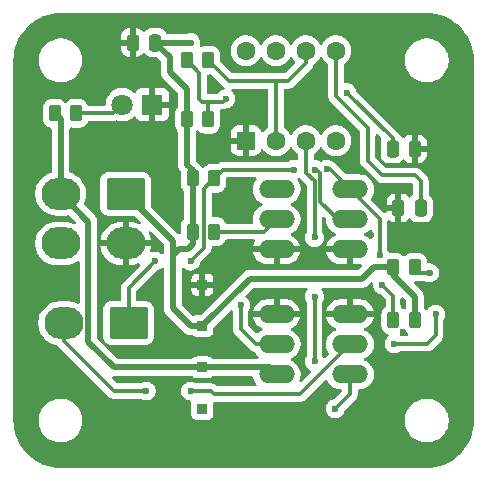
<source format=gbr>
%TF.GenerationSoftware,KiCad,Pcbnew,9.0.7*%
%TF.CreationDate,2026-02-11T19:36:29-08:00*%
%TF.ProjectId,TSSI2026.3,54535349-3230-4323-962e-332e6b696361,rev?*%
%TF.SameCoordinates,Original*%
%TF.FileFunction,Copper,L1,Top*%
%TF.FilePolarity,Positive*%
%FSLAX46Y46*%
G04 Gerber Fmt 4.6, Leading zero omitted, Abs format (unit mm)*
G04 Created by KiCad (PCBNEW 9.0.7) date 2026-02-11 19:36:29*
%MOMM*%
%LPD*%
G01*
G04 APERTURE LIST*
G04 Aperture macros list*
%AMRoundRect*
0 Rectangle with rounded corners*
0 $1 Rounding radius*
0 $2 $3 $4 $5 $6 $7 $8 $9 X,Y pos of 4 corners*
0 Add a 4 corners polygon primitive as box body*
4,1,4,$2,$3,$4,$5,$6,$7,$8,$9,$2,$3,0*
0 Add four circle primitives for the rounded corners*
1,1,$1+$1,$2,$3*
1,1,$1+$1,$4,$5*
1,1,$1+$1,$6,$7*
1,1,$1+$1,$8,$9*
0 Add four rect primitives between the rounded corners*
20,1,$1+$1,$2,$3,$4,$5,0*
20,1,$1+$1,$4,$5,$6,$7,0*
20,1,$1+$1,$6,$7,$8,$9,0*
20,1,$1+$1,$8,$9,$2,$3,0*%
G04 Aperture macros list end*
%TA.AperFunction,ComponentPad*%
%ADD10O,3.048000X1.524000*%
%TD*%
%TA.AperFunction,SMDPad,CuDef*%
%ADD11RoundRect,0.250000X-0.262500X-0.450000X0.262500X-0.450000X0.262500X0.450000X-0.262500X0.450000X0*%
%TD*%
%TA.AperFunction,ComponentPad*%
%ADD12R,0.850000X0.850000*%
%TD*%
%TA.AperFunction,ComponentPad*%
%ADD13RoundRect,0.250001X-1.399999X1.099999X-1.399999X-1.099999X1.399999X-1.099999X1.399999X1.099999X0*%
%TD*%
%TA.AperFunction,ComponentPad*%
%ADD14O,3.300000X2.700000*%
%TD*%
%TA.AperFunction,SMDPad,CuDef*%
%ADD15RoundRect,0.250000X0.262500X0.450000X-0.262500X0.450000X-0.262500X-0.450000X0.262500X-0.450000X0*%
%TD*%
%TA.AperFunction,SMDPad,CuDef*%
%ADD16RoundRect,0.250000X0.250000X0.475000X-0.250000X0.475000X-0.250000X-0.475000X0.250000X-0.475000X0*%
%TD*%
%TA.AperFunction,SMDPad,CuDef*%
%ADD17RoundRect,0.250000X-0.250000X-0.475000X0.250000X-0.475000X0.250000X0.475000X-0.250000X0.475000X0*%
%TD*%
%TA.AperFunction,ComponentPad*%
%ADD18R,1.800000X1.800000*%
%TD*%
%TA.AperFunction,ComponentPad*%
%ADD19C,1.800000*%
%TD*%
%TA.AperFunction,ComponentPad*%
%ADD20RoundRect,0.250000X0.550000X-0.550000X0.550000X0.550000X-0.550000X0.550000X-0.550000X-0.550000X0*%
%TD*%
%TA.AperFunction,ComponentPad*%
%ADD21C,1.600000*%
%TD*%
%TA.AperFunction,ViaPad*%
%ADD22C,0.600000*%
%TD*%
%TA.AperFunction,Conductor*%
%ADD23C,0.500000*%
%TD*%
%TA.AperFunction,Conductor*%
%ADD24C,0.300000*%
%TD*%
G04 APERTURE END LIST*
D10*
%TO.P,Q1,GND*%
%TO.N,GREEN_LED*%
X68500000Y-71460000D03*
%TO.P,Q1,IN*%
%TO.N,Net-(Q1-PadIN)*%
X68500000Y-68920000D03*
%TO.P,Q1,OUT*%
%TO.N,GND*%
X68500000Y-74000000D03*
%TD*%
D11*
%TO.P,R5,1*%
%TO.N,GLV*%
X55175000Y-72500000D03*
%TO.P,R5,2*%
%TO.N,Net-(U1-R)*%
X57000000Y-72500000D03*
%TD*%
D12*
%TO.P,BMS1,1,Pin_1*%
%TO.N,Latch_12V_Safe*%
X56000000Y-84000000D03*
%TD*%
D13*
%TO.P,J1,1,Pin_1*%
%TO.N,GLV*%
X49500000Y-69300000D03*
D14*
%TO.P,J1,2,Pin_2*%
%TO.N,GND*%
X49500000Y-73500000D03*
%TO.P,J1,3,Pin_3*%
%TO.N,Latch_12V_Safe*%
X44000000Y-69300000D03*
%TO.P,J1,4,Pin_4*%
%TO.N,unconnected-(J1-Pin_4-Pad4)*%
X44000000Y-73500000D03*
%TD*%
D11*
%TO.P,R4,1*%
%TO.N,GLV*%
X55175000Y-68000000D03*
%TO.P,R4,2*%
%TO.N,GREEN_LED*%
X57000000Y-68000000D03*
%TD*%
D10*
%TO.P,U3,GND*%
%TO.N,RED_LED*%
X68500000Y-82040000D03*
%TO.P,U3,IN*%
%TO.N,Net-(T555-Pin_1)*%
X68500000Y-84580000D03*
%TO.P,U3,OUT*%
%TO.N,GND*%
X68500000Y-79500000D03*
%TD*%
D11*
%TO.P,R7,1*%
%TO.N,Net-(U1-DIS)*%
X54675000Y-58000000D03*
%TO.P,R7,2*%
%TO.N,Net-(U1-THR)*%
X56500000Y-58000000D03*
%TD*%
D15*
%TO.P,R1,1*%
%TO.N,GLV*%
X74000000Y-80000000D03*
%TO.P,R1,2*%
%TO.N,Net-(Q1-PadIN)*%
X72175000Y-80000000D03*
%TD*%
D16*
%TO.P,C2,1*%
%TO.N,Net-(U1-CV)*%
X74500000Y-70500000D03*
%TO.P,C2,2*%
%TO.N,GND*%
X72600000Y-70500000D03*
%TD*%
D11*
%TO.P,R6,1*%
%TO.N,GLV*%
X54675000Y-63000000D03*
%TO.P,R6,2*%
%TO.N,Net-(U1-DIS)*%
X56500000Y-63000000D03*
%TD*%
%TO.P,R2,1*%
%TO.N,Latch_12V_Safe*%
X43500000Y-62500000D03*
%TO.P,R2,2*%
%TO.N,Net-(D1-A)*%
X45325000Y-62500000D03*
%TD*%
D12*
%TO.P,GND1,1,Pin_1*%
%TO.N,GND*%
X56000000Y-77000000D03*
%TD*%
D17*
%TO.P,C1,1*%
%TO.N,Net-(U1-THR)*%
X72100000Y-65500000D03*
%TO.P,C1,2*%
%TO.N,GND*%
X74000000Y-65500000D03*
%TD*%
D12*
%TO.P,GLV1,1,Pin_1*%
%TO.N,GLV*%
X56000000Y-80500000D03*
%TD*%
D18*
%TO.P,DebugLatch,1,K*%
%TO.N,GND*%
X51750000Y-61750000D03*
D19*
%TO.P,DebugLatch,2,A*%
%TO.N,Net-(D1-A)*%
X49210000Y-61750000D03*
%TD*%
D11*
%TO.P,R8,1*%
%TO.N,GLV*%
X72175000Y-75500000D03*
%TO.P,R8,2*%
%TO.N,RED_LED*%
X74000000Y-75500000D03*
%TD*%
D12*
%TO.P,T555,1,Pin_1*%
%TO.N,Net-(T555-Pin_1)*%
X56000000Y-87500000D03*
%TD*%
D10*
%TO.P,Q2,GND*%
%TO.N,Net-(U1-R)*%
X62293000Y-71460000D03*
%TO.P,Q2,IN*%
%TO.N,Net-(Q1-PadIN)*%
X62293000Y-68920000D03*
%TO.P,Q2,OUT*%
%TO.N,GND*%
X62293000Y-74000000D03*
%TD*%
D16*
%TO.P,C3,1*%
%TO.N,GLV*%
X52000000Y-56500000D03*
%TO.P,C3,2*%
%TO.N,GND*%
X50100000Y-56500000D03*
%TD*%
D10*
%TO.P,Q3,GND*%
%TO.N,Net-(Q1-PadIN)*%
X62293000Y-82040000D03*
%TO.P,Q3,IN*%
%TO.N,Latch_12V_Safe*%
X62293000Y-84580000D03*
%TO.P,Q3,OUT*%
%TO.N,GND*%
X62293000Y-79500000D03*
%TD*%
D13*
%TO.P,J2,1,Pin_1*%
%TO.N,GREEN_LED*%
X49750000Y-80250000D03*
D14*
%TO.P,J2,2,Pin_2*%
%TO.N,RED_LED*%
X44250000Y-80250000D03*
%TD*%
D20*
%TO.P,U1,1,GND*%
%TO.N,GND*%
X59690000Y-64805000D03*
D21*
%TO.P,U1,2,TR*%
%TO.N,Net-(U1-THR)*%
X62230000Y-64805000D03*
%TO.P,U1,3,Q*%
%TO.N,Net-(T555-Pin_1)*%
X64770000Y-64805000D03*
%TO.P,U1,4,R*%
%TO.N,Net-(U1-R)*%
X67310000Y-64805000D03*
%TO.P,U1,5,CV*%
%TO.N,Net-(U1-CV)*%
X67310000Y-57185000D03*
%TO.P,U1,6,THR*%
%TO.N,Net-(U1-THR)*%
X64770000Y-57185000D03*
%TO.P,U1,7,DIS*%
%TO.N,Net-(U1-DIS)*%
X62230000Y-57185000D03*
%TO.P,U1,8,VCC*%
%TO.N,GLV*%
X59690000Y-57185000D03*
%TD*%
D22*
%TO.N,GND*%
X57250000Y-60250000D03*
X53000000Y-81500000D03*
X58750000Y-69750000D03*
X70250000Y-72750000D03*
X73000000Y-78500000D03*
X73000000Y-81000000D03*
%TO.N,Net-(U1-THR)*%
X68250000Y-60750000D03*
%TO.N,GLV*%
X55000000Y-56500000D03*
%TO.N,GREEN_LED*%
X63750000Y-67250000D03*
X52000000Y-75000000D03*
X65500000Y-67250000D03*
X55000000Y-75000000D03*
%TO.N,RED_LED*%
X51250000Y-86000000D03*
X75250000Y-76000000D03*
X72250000Y-82000000D03*
X75750000Y-79500000D03*
X55000000Y-86000000D03*
%TO.N,Net-(Q1-PadIN)*%
X71250000Y-77000000D03*
X66542497Y-67221952D03*
X71000000Y-74500000D03*
X59250000Y-78750000D03*
%TO.N,Net-(U1-DIS)*%
X58000000Y-61250000D03*
%TO.N,Net-(T555-Pin_1)*%
X65500000Y-83500000D03*
X67250000Y-87500000D03*
X65500000Y-73000000D03*
X65500000Y-78000000D03*
%TD*%
D23*
%TO.N,Latch_12V_Safe*%
X46351000Y-81849292D02*
X46351000Y-71651000D01*
X46351000Y-71651000D02*
X44000000Y-69300000D01*
X44000000Y-63000000D02*
X43500000Y-62500000D01*
X44000000Y-69300000D02*
X44000000Y-63000000D01*
X61713000Y-84000000D02*
X62293000Y-84580000D01*
X48501708Y-84000000D02*
X46351000Y-81849292D01*
X56000000Y-84000000D02*
X48501708Y-84000000D01*
X56000000Y-84000000D02*
X61713000Y-84000000D01*
D24*
%TO.N,Net-(U1-THR)*%
X58250000Y-59750000D02*
X62230000Y-59750000D01*
X64770000Y-58230000D02*
X64770000Y-57185000D01*
X62230000Y-59750000D02*
X62230000Y-64805000D01*
X72100000Y-64600000D02*
X68250000Y-60750000D01*
X56500000Y-58000000D02*
X58250000Y-59750000D01*
X63250000Y-59750000D02*
X64770000Y-58230000D01*
X62230000Y-59750000D02*
X63250000Y-59750000D01*
X72100000Y-65500000D02*
X72100000Y-64600000D01*
%TO.N,Net-(U1-CV)*%
X70000000Y-63750000D02*
X70000000Y-66500000D01*
X67310000Y-61060000D02*
X70000000Y-63750000D01*
X70000000Y-66500000D02*
X71250000Y-67750000D01*
X74000000Y-67750000D02*
X74500000Y-68250000D01*
X71250000Y-67750000D02*
X74000000Y-67750000D01*
X67310000Y-57185000D02*
X67310000Y-61060000D01*
X74500000Y-68250000D02*
X74500000Y-70500000D01*
D23*
%TO.N,GLV*%
X74000000Y-78000000D02*
X74000000Y-80000000D01*
X55175000Y-73575000D02*
X55175000Y-72500000D01*
X72175000Y-76175000D02*
X74000000Y-78000000D01*
X52000000Y-56500000D02*
X53250000Y-57750000D01*
X70500000Y-75500000D02*
X72175000Y-75500000D01*
X53500000Y-73300000D02*
X53500000Y-74500000D01*
X53500000Y-74500000D02*
X53500000Y-79000000D01*
X55175000Y-67325000D02*
X54675000Y-66825000D01*
X55000000Y-80500000D02*
X56000000Y-80500000D01*
X55175000Y-72500000D02*
X55175000Y-68000000D01*
X54750000Y-74000000D02*
X55175000Y-73575000D01*
X72175000Y-75500000D02*
X72175000Y-76175000D01*
X55175000Y-68000000D02*
X55175000Y-67325000D01*
X54675000Y-66825000D02*
X54675000Y-63000000D01*
X52000000Y-56500000D02*
X55000000Y-56500000D01*
X56000000Y-80500000D02*
X60000000Y-76500000D01*
X54675000Y-60425000D02*
X54675000Y-63000000D01*
X53500000Y-79000000D02*
X55000000Y-80500000D01*
X53500000Y-74500000D02*
X54000000Y-74000000D01*
X60000000Y-76500000D02*
X69500000Y-76500000D01*
X54000000Y-74000000D02*
X54750000Y-74000000D01*
X53250000Y-57750000D02*
X53250000Y-59000000D01*
X53250000Y-59000000D02*
X54675000Y-60425000D01*
X49500000Y-69300000D02*
X53500000Y-73300000D01*
X69500000Y-76500000D02*
X70500000Y-75500000D01*
D24*
%TO.N,GREEN_LED*%
X57750000Y-67250000D02*
X63750000Y-67250000D01*
X49750000Y-77250000D02*
X49750000Y-80250000D01*
X65670000Y-67250000D02*
X66000000Y-67580000D01*
X66000000Y-67580000D02*
X66000000Y-70000000D01*
X49750000Y-77250000D02*
X52000000Y-75000000D01*
X56136500Y-68863500D02*
X57000000Y-68000000D01*
X57000000Y-68000000D02*
X57750000Y-67250000D01*
X65500000Y-67250000D02*
X65670000Y-67250000D01*
X67460000Y-71460000D02*
X68500000Y-71460000D01*
X55000000Y-75000000D02*
X56136500Y-73863500D01*
X66000000Y-70000000D02*
X67460000Y-71460000D01*
X56136500Y-73863500D02*
X56136500Y-68863500D01*
%TO.N,RED_LED*%
X57000000Y-86250000D02*
X56750000Y-86000000D01*
X48500000Y-86000000D02*
X44250000Y-81750000D01*
X75000000Y-82000000D02*
X75500000Y-81500000D01*
X75750000Y-81250000D02*
X75750000Y-79500000D01*
X64290000Y-86250000D02*
X57000000Y-86250000D01*
X48500000Y-86000000D02*
X51250000Y-86000000D01*
X75500000Y-81500000D02*
X75750000Y-81250000D01*
X56750000Y-86000000D02*
X55000000Y-86000000D01*
X72250000Y-82000000D02*
X75000000Y-82000000D01*
X75250000Y-76000000D02*
X74500000Y-76000000D01*
X44250000Y-81750000D02*
X44250000Y-80250000D01*
X68500000Y-82040000D02*
X64290000Y-86250000D01*
X74500000Y-76000000D02*
X74000000Y-75500000D01*
%TO.N,Net-(Q1-PadIN)*%
X72175000Y-77925000D02*
X72175000Y-80000000D01*
X68500000Y-68920000D02*
X71000000Y-71420000D01*
X71000000Y-71420000D02*
X71000000Y-74500000D01*
X66801952Y-67221952D02*
X68500000Y-68920000D01*
X71250000Y-77000000D02*
X72175000Y-77925000D01*
X62293000Y-82040000D02*
X60540000Y-82040000D01*
X59250000Y-80750000D02*
X59250000Y-78750000D01*
X60540000Y-82040000D02*
X59250000Y-80750000D01*
X66542497Y-67221952D02*
X66801952Y-67221952D01*
%TO.N,Net-(D1-A)*%
X48460000Y-62500000D02*
X49210000Y-61750000D01*
X45325000Y-62500000D02*
X48460000Y-62500000D01*
%TO.N,Net-(U1-R)*%
X57000000Y-72500000D02*
X61253000Y-72500000D01*
X61253000Y-72500000D02*
X62293000Y-71460000D01*
%TO.N,Net-(U1-DIS)*%
X57750000Y-61500000D02*
X56500000Y-61500000D01*
X55750000Y-59075000D02*
X55750000Y-61250000D01*
X54675000Y-58175000D02*
X54675000Y-58000000D01*
X56000000Y-61500000D02*
X56500000Y-61500000D01*
X56500000Y-63000000D02*
X56500000Y-61500000D01*
X55750000Y-61250000D02*
X56000000Y-61500000D01*
X54675000Y-58000000D02*
X55750000Y-59075000D01*
X58000000Y-61250000D02*
X57750000Y-61500000D01*
%TO.N,Net-(T555-Pin_1)*%
X64770000Y-67520000D02*
X64770000Y-64805000D01*
X65500000Y-83500000D02*
X65500000Y-78000000D01*
X65500000Y-68250000D02*
X64770000Y-67520000D01*
X68500000Y-86250000D02*
X67250000Y-87500000D01*
X65500000Y-73000000D02*
X65500000Y-68250000D01*
X68500000Y-84580000D02*
X68500000Y-86250000D01*
%TD*%
%TA.AperFunction,Conductor*%
%TO.N,GND*%
G36*
X64885098Y-77270185D02*
G01*
X64930853Y-77322989D01*
X64940797Y-77392147D01*
X64911772Y-77455703D01*
X64905740Y-77462181D01*
X64878213Y-77489707D01*
X64878210Y-77489711D01*
X64790609Y-77620814D01*
X64790602Y-77620827D01*
X64730264Y-77766498D01*
X64730261Y-77766510D01*
X64699500Y-77921153D01*
X64699500Y-78078846D01*
X64730261Y-78233489D01*
X64730264Y-78233501D01*
X64790602Y-78379172D01*
X64790606Y-78379179D01*
X64828602Y-78436044D01*
X64849480Y-78502721D01*
X64849500Y-78504935D01*
X64849500Y-82995064D01*
X64829815Y-83062103D01*
X64828603Y-83063954D01*
X64790608Y-83120817D01*
X64790602Y-83120828D01*
X64730264Y-83266498D01*
X64730261Y-83266510D01*
X64699500Y-83421153D01*
X64699500Y-83578846D01*
X64730261Y-83733489D01*
X64730264Y-83733501D01*
X64790602Y-83879172D01*
X64790609Y-83879185D01*
X64878210Y-84010288D01*
X64878213Y-84010292D01*
X64989707Y-84121786D01*
X64989711Y-84121789D01*
X65120814Y-84209390D01*
X65120821Y-84209394D01*
X65154314Y-84223267D01*
X65208717Y-84267106D01*
X65230783Y-84333400D01*
X65213505Y-84401099D01*
X65194543Y-84425509D01*
X64431192Y-85188861D01*
X64369869Y-85222346D01*
X64300178Y-85217362D01*
X64244244Y-85175490D01*
X64219827Y-85110026D01*
X64225580Y-85062862D01*
X64258293Y-84962181D01*
X64286413Y-84875636D01*
X64317500Y-84679361D01*
X64317500Y-84480639D01*
X64286413Y-84284364D01*
X64225005Y-84095368D01*
X64225005Y-84095367D01*
X64134786Y-83918305D01*
X64106364Y-83879185D01*
X64017981Y-83757536D01*
X63877464Y-83617019D01*
X63716694Y-83500213D01*
X63560218Y-83420484D01*
X63509423Y-83372510D01*
X63492628Y-83304689D01*
X63515165Y-83238554D01*
X63560218Y-83199515D01*
X63716694Y-83119787D01*
X63877464Y-83002981D01*
X64017981Y-82862464D01*
X64134787Y-82701694D01*
X64225005Y-82524632D01*
X64286413Y-82335636D01*
X64317500Y-82139361D01*
X64317500Y-81940639D01*
X64286413Y-81744364D01*
X64246270Y-81620814D01*
X64225006Y-81555370D01*
X64225005Y-81555367D01*
X64166087Y-81439736D01*
X64134787Y-81378306D01*
X64017981Y-81217536D01*
X63877464Y-81077019D01*
X63716694Y-80960213D01*
X63559667Y-80880203D01*
X63508872Y-80832229D01*
X63492077Y-80764408D01*
X63514614Y-80698273D01*
X63559668Y-80659234D01*
X63716432Y-80579358D01*
X63877139Y-80462596D01*
X63877140Y-80462596D01*
X64017596Y-80322140D01*
X64017596Y-80322139D01*
X64134358Y-80161432D01*
X64224543Y-79984435D01*
X64285925Y-79795517D01*
X64293134Y-79750000D01*
X62735251Y-79750000D01*
X62766381Y-79696081D01*
X62801000Y-79566880D01*
X62801000Y-79433120D01*
X62766381Y-79303919D01*
X62735251Y-79250000D01*
X64293135Y-79250000D01*
X64293134Y-79249999D01*
X64285925Y-79204482D01*
X64224543Y-79015564D01*
X64134358Y-78838567D01*
X64017596Y-78677860D01*
X64017596Y-78677859D01*
X63877140Y-78537403D01*
X63716432Y-78420641D01*
X63539437Y-78330457D01*
X63350522Y-78269075D01*
X63154321Y-78238000D01*
X62543000Y-78238000D01*
X62543000Y-79057748D01*
X62489081Y-79026619D01*
X62359880Y-78992000D01*
X62226120Y-78992000D01*
X62096919Y-79026619D01*
X62043000Y-79057748D01*
X62043000Y-78238000D01*
X61431679Y-78238000D01*
X61235479Y-78269075D01*
X61235476Y-78269075D01*
X61046562Y-78330457D01*
X60869567Y-78420641D01*
X60708860Y-78537403D01*
X60708859Y-78537403D01*
X60568403Y-78677859D01*
X60568403Y-78677860D01*
X60451641Y-78838567D01*
X60361456Y-79015564D01*
X60300074Y-79204482D01*
X60292865Y-79249999D01*
X60292865Y-79250000D01*
X61850749Y-79250000D01*
X61819619Y-79303919D01*
X61785000Y-79433120D01*
X61785000Y-79566880D01*
X61819619Y-79696081D01*
X61850749Y-79750000D01*
X60292865Y-79750000D01*
X60300074Y-79795517D01*
X60361456Y-79984435D01*
X60451641Y-80161432D01*
X60568403Y-80322139D01*
X60568403Y-80322140D01*
X60708859Y-80462596D01*
X60869567Y-80579358D01*
X61026331Y-80659234D01*
X61077127Y-80707209D01*
X61093922Y-80775030D01*
X61071384Y-80841165D01*
X61026331Y-80880204D01*
X60869302Y-80960215D01*
X60708539Y-81077015D01*
X60708530Y-81077022D01*
X60690426Y-81095126D01*
X60629101Y-81128608D01*
X60559410Y-81123621D01*
X60515068Y-81095122D01*
X59936819Y-80516873D01*
X59903334Y-80455550D01*
X59900500Y-80429192D01*
X59900500Y-79254935D01*
X59920185Y-79187896D01*
X59921366Y-79186090D01*
X59959394Y-79129179D01*
X59962854Y-79120827D01*
X59982284Y-79073918D01*
X60019737Y-78983497D01*
X60050500Y-78828842D01*
X60050500Y-78671158D01*
X60050500Y-78671155D01*
X60050499Y-78671153D01*
X60033715Y-78586775D01*
X60019737Y-78516503D01*
X60014955Y-78504958D01*
X59959397Y-78370827D01*
X59959390Y-78370814D01*
X59871789Y-78239711D01*
X59871786Y-78239707D01*
X59760292Y-78128213D01*
X59760288Y-78128210D01*
X59689816Y-78081122D01*
X59645011Y-78027510D01*
X59636304Y-77958185D01*
X59666458Y-77895157D01*
X59671004Y-77890361D01*
X60274548Y-77286819D01*
X60335871Y-77253334D01*
X60362229Y-77250500D01*
X64818059Y-77250500D01*
X64885098Y-77270185D01*
G37*
%TD.AperFunction*%
%TA.AperFunction,Conductor*%
G36*
X73104474Y-80918662D02*
G01*
X73130834Y-80920548D01*
X73139887Y-80926366D01*
X73146927Y-80927898D01*
X73175181Y-80949049D01*
X73268844Y-81042712D01*
X73394086Y-81119961D01*
X73440810Y-81171909D01*
X73452033Y-81240871D01*
X73424189Y-81304954D01*
X73366121Y-81343810D01*
X73328989Y-81349500D01*
X72846011Y-81349500D01*
X72778972Y-81329815D01*
X72733217Y-81277011D01*
X72723273Y-81207853D01*
X72752298Y-81144297D01*
X72780912Y-81119962D01*
X72906156Y-81042712D01*
X72999819Y-80949049D01*
X73007764Y-80944710D01*
X73013190Y-80937463D01*
X73037949Y-80928228D01*
X73061142Y-80915564D01*
X73070171Y-80916209D01*
X73078654Y-80913046D01*
X73104474Y-80918662D01*
G37*
%TD.AperFunction*%
%TA.AperFunction,Conductor*%
G36*
X64213865Y-67932656D02*
G01*
X64220534Y-67931327D01*
X64247135Y-67941781D01*
X64274691Y-67949340D01*
X64282907Y-67955840D01*
X64285562Y-67956884D01*
X64287340Y-67959348D01*
X64297210Y-67967157D01*
X64813181Y-68483127D01*
X64846666Y-68544450D01*
X64849500Y-68570808D01*
X64849500Y-72495064D01*
X64829815Y-72562103D01*
X64828603Y-72563954D01*
X64790608Y-72620817D01*
X64790602Y-72620828D01*
X64730264Y-72766498D01*
X64730261Y-72766510D01*
X64699500Y-72921153D01*
X64699500Y-73078846D01*
X64730261Y-73233489D01*
X64730264Y-73233501D01*
X64790602Y-73379172D01*
X64790609Y-73379185D01*
X64878210Y-73510288D01*
X64878213Y-73510292D01*
X64989707Y-73621786D01*
X64989711Y-73621789D01*
X65120814Y-73709390D01*
X65120827Y-73709397D01*
X65218853Y-73750000D01*
X65266503Y-73769737D01*
X65421153Y-73800499D01*
X65421156Y-73800500D01*
X65421158Y-73800500D01*
X65578844Y-73800500D01*
X65578845Y-73800499D01*
X65733497Y-73769737D01*
X65879179Y-73709394D01*
X66010289Y-73621789D01*
X66121789Y-73510289D01*
X66209394Y-73379179D01*
X66209588Y-73378712D01*
X66243923Y-73295818D01*
X66269737Y-73233497D01*
X66300500Y-73078842D01*
X66300500Y-72921158D01*
X66300500Y-72921155D01*
X66300499Y-72921153D01*
X66284509Y-72840765D01*
X66269737Y-72766503D01*
X66252135Y-72724008D01*
X66209397Y-72620828D01*
X66209396Y-72620827D01*
X66209394Y-72620821D01*
X66171396Y-72563953D01*
X66150520Y-72497276D01*
X66150500Y-72495064D01*
X66150500Y-71369808D01*
X66156738Y-71348562D01*
X66158318Y-71326474D01*
X66166390Y-71315690D01*
X66170185Y-71302769D01*
X66186918Y-71288269D01*
X66200190Y-71270541D01*
X66212810Y-71265833D01*
X66222989Y-71257014D01*
X66244906Y-71253862D01*
X66265654Y-71246124D01*
X66278814Y-71248986D01*
X66292147Y-71247070D01*
X66312290Y-71256269D01*
X66333927Y-71260976D01*
X66351652Y-71274244D01*
X66355703Y-71276095D01*
X66362181Y-71282127D01*
X66439181Y-71359127D01*
X66472666Y-71420450D01*
X66475500Y-71446808D01*
X66475500Y-71559361D01*
X66478982Y-71581344D01*
X66506587Y-71755637D01*
X66567993Y-71944629D01*
X66567994Y-71944632D01*
X66650500Y-72106556D01*
X66658213Y-72121694D01*
X66775019Y-72282464D01*
X66915536Y-72422981D01*
X67076306Y-72539787D01*
X67233332Y-72619796D01*
X67284127Y-72667769D01*
X67300922Y-72735590D01*
X67278385Y-72801725D01*
X67233332Y-72840764D01*
X67076569Y-72920639D01*
X66915860Y-73037403D01*
X66915859Y-73037403D01*
X66775403Y-73177859D01*
X66775403Y-73177860D01*
X66658641Y-73338567D01*
X66568456Y-73515564D01*
X66507074Y-73704482D01*
X66499865Y-73749999D01*
X66499865Y-73750000D01*
X68057749Y-73750000D01*
X68026619Y-73803919D01*
X67992000Y-73933120D01*
X67992000Y-74066880D01*
X68026619Y-74196081D01*
X68057749Y-74250000D01*
X66499865Y-74250000D01*
X66507074Y-74295517D01*
X66568456Y-74484435D01*
X66658641Y-74661432D01*
X66775403Y-74822139D01*
X66775403Y-74822140D01*
X66915859Y-74962596D01*
X67076567Y-75079358D01*
X67253562Y-75169542D01*
X67442477Y-75230924D01*
X67638679Y-75262000D01*
X68250000Y-75262000D01*
X68250000Y-74442251D01*
X68303919Y-74473381D01*
X68433120Y-74508000D01*
X68566880Y-74508000D01*
X68696081Y-74473381D01*
X68750000Y-74442251D01*
X68750000Y-75262000D01*
X69361322Y-75262000D01*
X69366173Y-75261618D01*
X69366306Y-75263307D01*
X69428297Y-75271301D01*
X69481762Y-75316281D01*
X69502422Y-75383027D01*
X69483716Y-75450346D01*
X69466116Y-75472515D01*
X69225451Y-75713181D01*
X69164128Y-75746666D01*
X69137770Y-75749500D01*
X59926080Y-75749500D01*
X59781092Y-75778340D01*
X59781082Y-75778343D01*
X59644511Y-75834912D01*
X59644498Y-75834919D01*
X59521584Y-75917048D01*
X59521580Y-75917051D01*
X55900449Y-79538181D01*
X55839126Y-79571666D01*
X55812768Y-79574500D01*
X55527130Y-79574500D01*
X55527123Y-79574501D01*
X55467516Y-79580908D01*
X55332671Y-79631202D01*
X55324886Y-79635454D01*
X55323275Y-79632503D01*
X55273030Y-79651212D01*
X55204765Y-79636322D01*
X55176572Y-79615204D01*
X54286819Y-78725451D01*
X54253334Y-78664128D01*
X54250500Y-78637770D01*
X54250500Y-77472844D01*
X55075000Y-77472844D01*
X55081401Y-77532372D01*
X55081403Y-77532379D01*
X55131645Y-77667086D01*
X55131649Y-77667093D01*
X55217809Y-77782187D01*
X55217812Y-77782190D01*
X55332906Y-77868350D01*
X55332913Y-77868354D01*
X55467620Y-77918596D01*
X55467627Y-77918598D01*
X55527155Y-77924999D01*
X55527172Y-77925000D01*
X55750000Y-77925000D01*
X56250000Y-77925000D01*
X56472828Y-77925000D01*
X56472844Y-77924999D01*
X56532372Y-77918598D01*
X56532379Y-77918596D01*
X56667086Y-77868354D01*
X56667093Y-77868350D01*
X56782187Y-77782190D01*
X56782190Y-77782187D01*
X56868350Y-77667093D01*
X56868354Y-77667086D01*
X56918596Y-77532379D01*
X56918598Y-77532372D01*
X56924999Y-77472844D01*
X56925000Y-77472827D01*
X56925000Y-77250000D01*
X56250000Y-77250000D01*
X56250000Y-77925000D01*
X55750000Y-77925000D01*
X55750000Y-77250000D01*
X55075000Y-77250000D01*
X55075000Y-77472844D01*
X54250500Y-77472844D01*
X54250500Y-76950272D01*
X55750000Y-76950272D01*
X55750000Y-77049728D01*
X55788060Y-77141614D01*
X55858386Y-77211940D01*
X55950272Y-77250000D01*
X56049728Y-77250000D01*
X56141614Y-77211940D01*
X56211940Y-77141614D01*
X56250000Y-77049728D01*
X56250000Y-76950272D01*
X56211940Y-76858386D01*
X56141614Y-76788060D01*
X56049728Y-76750000D01*
X56250000Y-76750000D01*
X56925000Y-76750000D01*
X56925000Y-76527172D01*
X56924999Y-76527155D01*
X56918598Y-76467627D01*
X56918596Y-76467620D01*
X56868354Y-76332913D01*
X56868350Y-76332906D01*
X56782190Y-76217812D01*
X56782187Y-76217809D01*
X56667093Y-76131649D01*
X56667086Y-76131645D01*
X56532379Y-76081403D01*
X56532372Y-76081401D01*
X56472844Y-76075000D01*
X56250000Y-76075000D01*
X56250000Y-76750000D01*
X56049728Y-76750000D01*
X55950272Y-76750000D01*
X55858386Y-76788060D01*
X55788060Y-76858386D01*
X55750000Y-76950272D01*
X54250500Y-76950272D01*
X54250500Y-76527155D01*
X55075000Y-76527155D01*
X55075000Y-76750000D01*
X55750000Y-76750000D01*
X55750000Y-76075000D01*
X55527155Y-76075000D01*
X55467627Y-76081401D01*
X55467620Y-76081403D01*
X55332913Y-76131645D01*
X55332906Y-76131649D01*
X55217812Y-76217809D01*
X55217809Y-76217812D01*
X55131649Y-76332906D01*
X55131645Y-76332913D01*
X55081403Y-76467620D01*
X55081401Y-76467627D01*
X55075000Y-76527155D01*
X54250500Y-76527155D01*
X54250500Y-75681941D01*
X54270185Y-75614902D01*
X54322989Y-75569147D01*
X54392147Y-75559203D01*
X54455703Y-75588228D01*
X54462181Y-75594260D01*
X54489707Y-75621786D01*
X54489711Y-75621789D01*
X54620814Y-75709390D01*
X54620827Y-75709397D01*
X54710804Y-75746666D01*
X54766503Y-75769737D01*
X54870468Y-75790417D01*
X54921153Y-75800499D01*
X54921156Y-75800500D01*
X54921158Y-75800500D01*
X55078844Y-75800500D01*
X55078845Y-75800499D01*
X55233497Y-75769737D01*
X55379179Y-75709394D01*
X55510289Y-75621789D01*
X55621789Y-75510289D01*
X55709394Y-75379179D01*
X55769737Y-75233497D01*
X55783079Y-75166416D01*
X55815463Y-75104509D01*
X55816957Y-75102987D01*
X56641777Y-74278169D01*
X56712965Y-74171627D01*
X56730539Y-74129199D01*
X56762001Y-74053244D01*
X56787000Y-73927569D01*
X56787000Y-73824499D01*
X56806685Y-73757460D01*
X56859489Y-73711705D01*
X56911000Y-73700499D01*
X57312502Y-73700499D01*
X57312508Y-73700499D01*
X57415297Y-73689999D01*
X57581834Y-73634814D01*
X57731156Y-73542712D01*
X57855212Y-73418656D01*
X57947314Y-73269334D01*
X57958528Y-73235494D01*
X57998301Y-73178050D01*
X58062817Y-73151228D01*
X58076233Y-73150500D01*
X60345471Y-73150500D01*
X60412510Y-73170185D01*
X60458265Y-73222989D01*
X60468209Y-73292147D01*
X60453154Y-73333870D01*
X60453853Y-73334227D01*
X60361456Y-73515564D01*
X60300074Y-73704482D01*
X60292865Y-73749999D01*
X60292865Y-73750000D01*
X61850749Y-73750000D01*
X61819619Y-73803919D01*
X61785000Y-73933120D01*
X61785000Y-74066880D01*
X61819619Y-74196081D01*
X61850749Y-74250000D01*
X60292865Y-74250000D01*
X60300074Y-74295517D01*
X60361456Y-74484435D01*
X60451641Y-74661432D01*
X60568403Y-74822139D01*
X60568403Y-74822140D01*
X60708859Y-74962596D01*
X60869567Y-75079358D01*
X61046562Y-75169542D01*
X61235477Y-75230924D01*
X61431679Y-75262000D01*
X62043000Y-75262000D01*
X62043000Y-74442251D01*
X62096919Y-74473381D01*
X62226120Y-74508000D01*
X62359880Y-74508000D01*
X62489081Y-74473381D01*
X62543000Y-74442251D01*
X62543000Y-75262000D01*
X63154321Y-75262000D01*
X63350520Y-75230924D01*
X63350523Y-75230924D01*
X63539437Y-75169542D01*
X63716432Y-75079358D01*
X63877139Y-74962596D01*
X63877140Y-74962596D01*
X64017596Y-74822140D01*
X64017596Y-74822139D01*
X64134358Y-74661432D01*
X64224543Y-74484435D01*
X64285925Y-74295517D01*
X64293134Y-74250000D01*
X62735251Y-74250000D01*
X62766381Y-74196081D01*
X62801000Y-74066880D01*
X62801000Y-73933120D01*
X62766381Y-73803919D01*
X62735251Y-73750000D01*
X64293135Y-73750000D01*
X64293134Y-73749999D01*
X64285925Y-73704482D01*
X64224543Y-73515564D01*
X64134358Y-73338567D01*
X64017596Y-73177860D01*
X64017596Y-73177859D01*
X63877140Y-73037403D01*
X63716432Y-72920641D01*
X63559668Y-72840765D01*
X63508872Y-72792790D01*
X63492077Y-72724969D01*
X63514615Y-72658834D01*
X63559667Y-72619796D01*
X63716694Y-72539787D01*
X63877464Y-72422981D01*
X64017981Y-72282464D01*
X64134787Y-72121694D01*
X64225005Y-71944632D01*
X64286413Y-71755636D01*
X64317500Y-71559361D01*
X64317500Y-71360639D01*
X64286413Y-71164364D01*
X64251221Y-71056052D01*
X64225006Y-70975370D01*
X64225005Y-70975367D01*
X64170161Y-70867731D01*
X64134787Y-70798306D01*
X64017981Y-70637536D01*
X63877464Y-70497019D01*
X63716694Y-70380213D01*
X63560218Y-70300484D01*
X63509423Y-70252510D01*
X63492628Y-70184689D01*
X63515165Y-70118554D01*
X63560218Y-70079515D01*
X63716694Y-69999787D01*
X63877464Y-69882981D01*
X64017981Y-69742464D01*
X64134787Y-69581694D01*
X64225005Y-69404632D01*
X64286413Y-69215636D01*
X64317500Y-69019361D01*
X64317500Y-68820639D01*
X64286413Y-68624364D01*
X64239437Y-68479785D01*
X64225006Y-68435370D01*
X64225005Y-68435367D01*
X64153228Y-68294499D01*
X64134787Y-68258306D01*
X64082204Y-68185931D01*
X64059010Y-68154007D01*
X64052953Y-68137032D01*
X64042407Y-68122419D01*
X64041456Y-68104810D01*
X64035530Y-68088201D01*
X64039612Y-68070645D01*
X64038641Y-68052651D01*
X64047360Y-68037325D01*
X64051355Y-68020147D01*
X64064280Y-68007585D01*
X64073192Y-67991922D01*
X64095335Y-67977405D01*
X64101461Y-67971452D01*
X64101811Y-67971268D01*
X64106729Y-67968692D01*
X64129179Y-67959394D01*
X64146155Y-67948050D01*
X64152012Y-67944984D01*
X64180043Y-67939397D01*
X64207310Y-67930858D01*
X64213865Y-67932656D01*
G37*
%TD.AperFunction*%
%TA.AperFunction,Conductor*%
G36*
X73030703Y-78092517D02*
G01*
X73037181Y-78098549D01*
X73213181Y-78274549D01*
X73246666Y-78335872D01*
X73249500Y-78362230D01*
X73249500Y-78925270D01*
X73229815Y-78992309D01*
X73213181Y-79012951D01*
X73175181Y-79050951D01*
X73113858Y-79084436D01*
X73044166Y-79079452D01*
X72999819Y-79050951D01*
X72906156Y-78957288D01*
X72884400Y-78943868D01*
X72837677Y-78891918D01*
X72825500Y-78838331D01*
X72825500Y-78186230D01*
X72845185Y-78119191D01*
X72897989Y-78073436D01*
X72967147Y-78063492D01*
X73030703Y-78092517D01*
G37*
%TD.AperFunction*%
%TA.AperFunction,Conductor*%
G36*
X51640540Y-72501957D02*
G01*
X51642652Y-72504020D01*
X52713181Y-73574548D01*
X52746666Y-73635871D01*
X52749500Y-73662229D01*
X52749500Y-74318059D01*
X52729815Y-74385098D01*
X52677011Y-74430853D01*
X52607853Y-74440797D01*
X52544297Y-74411772D01*
X52537819Y-74405740D01*
X52510292Y-74378213D01*
X52510288Y-74378210D01*
X52379185Y-74290609D01*
X52379172Y-74290602D01*
X52233501Y-74230264D01*
X52233489Y-74230261D01*
X52078845Y-74199500D01*
X52078842Y-74199500D01*
X51921158Y-74199500D01*
X51921155Y-74199500D01*
X51766510Y-74230261D01*
X51766507Y-74230262D01*
X51766506Y-74230262D01*
X51766503Y-74230263D01*
X51720852Y-74249172D01*
X51651383Y-74256640D01*
X51588904Y-74225364D01*
X51553252Y-74165275D01*
X51555579Y-74100141D01*
X51554528Y-74099860D01*
X51618346Y-73861687D01*
X51633050Y-73750000D01*
X50154121Y-73750000D01*
X50173099Y-73704182D01*
X50200000Y-73568944D01*
X50200000Y-73431056D01*
X50173099Y-73295818D01*
X50154121Y-73250000D01*
X51633049Y-73250000D01*
X51618346Y-73138312D01*
X51555578Y-72904060D01*
X51462779Y-72680021D01*
X51462770Y-72680002D01*
X51447585Y-72653702D01*
X51431111Y-72585802D01*
X51453963Y-72519775D01*
X51508883Y-72476584D01*
X51578437Y-72469942D01*
X51640540Y-72501957D01*
G37*
%TD.AperFunction*%
%TA.AperFunction,Conductor*%
G36*
X70268834Y-72341125D02*
G01*
X70324767Y-72382997D01*
X70349184Y-72448461D01*
X70349500Y-72457307D01*
X70349500Y-73003401D01*
X70329815Y-73070440D01*
X70277011Y-73116195D01*
X70207853Y-73126139D01*
X70144297Y-73097114D01*
X70137819Y-73091082D01*
X70084140Y-73037403D01*
X69923432Y-72920641D01*
X69766668Y-72840765D01*
X69715872Y-72792790D01*
X69699077Y-72724969D01*
X69721615Y-72658834D01*
X69766667Y-72619796D01*
X69923694Y-72539787D01*
X70084464Y-72422981D01*
X70137819Y-72369626D01*
X70199142Y-72336141D01*
X70268834Y-72341125D01*
G37*
%TD.AperFunction*%
%TA.AperFunction,Conductor*%
G36*
X60534850Y-67920185D02*
G01*
X60580605Y-67972989D01*
X60590549Y-68042147D01*
X60568129Y-68097386D01*
X60568022Y-68097532D01*
X60568019Y-68097536D01*
X60529908Y-68149992D01*
X60451213Y-68258305D01*
X60360994Y-68435367D01*
X60360993Y-68435370D01*
X60299587Y-68624362D01*
X60299587Y-68624364D01*
X60268500Y-68820639D01*
X60268500Y-69019361D01*
X60273095Y-69048372D01*
X60299587Y-69215637D01*
X60360993Y-69404629D01*
X60360994Y-69404632D01*
X60440900Y-69561453D01*
X60451213Y-69581694D01*
X60568019Y-69742464D01*
X60708536Y-69882981D01*
X60869306Y-69999787D01*
X60986587Y-70059545D01*
X61025780Y-70079515D01*
X61076576Y-70127490D01*
X61093371Y-70195311D01*
X61070833Y-70261446D01*
X61025780Y-70300485D01*
X60869305Y-70380213D01*
X60708533Y-70497021D01*
X60568021Y-70637533D01*
X60451213Y-70798305D01*
X60360994Y-70975367D01*
X60360993Y-70975370D01*
X60299587Y-71164362D01*
X60268500Y-71360639D01*
X60268500Y-71559361D01*
X60268499Y-71559361D01*
X60291741Y-71706103D01*
X60282786Y-71775396D01*
X60237790Y-71828848D01*
X60171038Y-71849487D01*
X60169268Y-71849500D01*
X58076233Y-71849500D01*
X58009194Y-71829815D01*
X57963439Y-71777011D01*
X57958528Y-71764506D01*
X57951715Y-71743947D01*
X57947314Y-71730666D01*
X57855212Y-71581344D01*
X57731156Y-71457288D01*
X57609736Y-71382396D01*
X57581836Y-71365187D01*
X57581831Y-71365185D01*
X57531666Y-71348562D01*
X57415297Y-71310001D01*
X57415295Y-71310000D01*
X57312516Y-71299500D01*
X57312509Y-71299500D01*
X56911000Y-71299500D01*
X56843961Y-71279815D01*
X56798206Y-71227011D01*
X56787000Y-71175500D01*
X56787000Y-69324499D01*
X56806685Y-69257460D01*
X56859489Y-69211705D01*
X56911000Y-69200499D01*
X57312502Y-69200499D01*
X57312508Y-69200499D01*
X57415297Y-69189999D01*
X57581834Y-69134814D01*
X57731156Y-69042712D01*
X57855212Y-68918656D01*
X57947314Y-68769334D01*
X58002499Y-68602797D01*
X58013000Y-68500009D01*
X58012999Y-68024499D01*
X58032683Y-67957461D01*
X58085487Y-67911706D01*
X58136999Y-67900500D01*
X60467811Y-67900500D01*
X60534850Y-67920185D01*
G37*
%TD.AperFunction*%
%TA.AperFunction,Conductor*%
G36*
X61522539Y-60420185D02*
G01*
X61568294Y-60472989D01*
X61579500Y-60524500D01*
X61579500Y-63606928D01*
X61559815Y-63673967D01*
X61528385Y-63707246D01*
X61382787Y-63813028D01*
X61382782Y-63813032D01*
X61238032Y-63957782D01*
X61169616Y-64051949D01*
X61114286Y-64094614D01*
X61044672Y-64100593D01*
X60982877Y-64067987D01*
X60951592Y-64018067D01*
X60924358Y-63935880D01*
X60924356Y-63935875D01*
X60832315Y-63786654D01*
X60708345Y-63662684D01*
X60559124Y-63570643D01*
X60559119Y-63570641D01*
X60392697Y-63515494D01*
X60392690Y-63515493D01*
X60289986Y-63505000D01*
X59940000Y-63505000D01*
X59940000Y-64489314D01*
X59935606Y-64484920D01*
X59844394Y-64432259D01*
X59742661Y-64405000D01*
X59637339Y-64405000D01*
X59535606Y-64432259D01*
X59444394Y-64484920D01*
X59440000Y-64489314D01*
X59440000Y-63505000D01*
X59090028Y-63505000D01*
X59090012Y-63505001D01*
X58987302Y-63515494D01*
X58820880Y-63570641D01*
X58820875Y-63570643D01*
X58671654Y-63662684D01*
X58547684Y-63786654D01*
X58455643Y-63935875D01*
X58455641Y-63935880D01*
X58400494Y-64102302D01*
X58400493Y-64102309D01*
X58390000Y-64205013D01*
X58390000Y-64555000D01*
X59374314Y-64555000D01*
X59369920Y-64559394D01*
X59317259Y-64650606D01*
X59290000Y-64752339D01*
X59290000Y-64857661D01*
X59317259Y-64959394D01*
X59369920Y-65050606D01*
X59374314Y-65055000D01*
X58390001Y-65055000D01*
X58390001Y-65404986D01*
X58400494Y-65507697D01*
X58455641Y-65674119D01*
X58455643Y-65674124D01*
X58547684Y-65823345D01*
X58671654Y-65947315D01*
X58820875Y-66039356D01*
X58820880Y-66039358D01*
X58987302Y-66094505D01*
X58987309Y-66094506D01*
X59090019Y-66104999D01*
X59439999Y-66104999D01*
X59440000Y-66104998D01*
X59440000Y-65120686D01*
X59444394Y-65125080D01*
X59535606Y-65177741D01*
X59637339Y-65205000D01*
X59742661Y-65205000D01*
X59844394Y-65177741D01*
X59935606Y-65125080D01*
X59940000Y-65120686D01*
X59940000Y-66104999D01*
X60289972Y-66104999D01*
X60289986Y-66104998D01*
X60392697Y-66094505D01*
X60559119Y-66039358D01*
X60559124Y-66039356D01*
X60708345Y-65947315D01*
X60832315Y-65823345D01*
X60924356Y-65674124D01*
X60924359Y-65674117D01*
X60951592Y-65591932D01*
X60991364Y-65534487D01*
X61055879Y-65507663D01*
X61124655Y-65519977D01*
X61169617Y-65558050D01*
X61238034Y-65652219D01*
X61382786Y-65796971D01*
X61528383Y-65902751D01*
X61548390Y-65917287D01*
X61628453Y-65958081D01*
X61730776Y-66010218D01*
X61730778Y-66010218D01*
X61730781Y-66010220D01*
X61820459Y-66039358D01*
X61925465Y-66073477D01*
X62026557Y-66089488D01*
X62127648Y-66105500D01*
X62127649Y-66105500D01*
X62332351Y-66105500D01*
X62332352Y-66105500D01*
X62534534Y-66073477D01*
X62729219Y-66010220D01*
X62911610Y-65917287D01*
X63004590Y-65849732D01*
X63077213Y-65796971D01*
X63077215Y-65796968D01*
X63077219Y-65796966D01*
X63221966Y-65652219D01*
X63221968Y-65652215D01*
X63221971Y-65652213D01*
X63342284Y-65486614D01*
X63342285Y-65486613D01*
X63342287Y-65486610D01*
X63389516Y-65393917D01*
X63437489Y-65343123D01*
X63505310Y-65326328D01*
X63571445Y-65348865D01*
X63610483Y-65393917D01*
X63654348Y-65480006D01*
X63657715Y-65486614D01*
X63778028Y-65652213D01*
X63922784Y-65796969D01*
X63991863Y-65847157D01*
X64068385Y-65902753D01*
X64111051Y-65958081D01*
X64119500Y-66003070D01*
X64119500Y-66356221D01*
X64099815Y-66423260D01*
X64047011Y-66469015D01*
X63977853Y-66478959D01*
X63971309Y-66477838D01*
X63828845Y-66449500D01*
X63828842Y-66449500D01*
X63671158Y-66449500D01*
X63671155Y-66449500D01*
X63516510Y-66480261D01*
X63516498Y-66480264D01*
X63370827Y-66540602D01*
X63370820Y-66540606D01*
X63356088Y-66550450D01*
X63313955Y-66578602D01*
X63247279Y-66599480D01*
X63245065Y-66599500D01*
X57685929Y-66599500D01*
X57560261Y-66624497D01*
X57560255Y-66624499D01*
X57441875Y-66673533D01*
X57441866Y-66673538D01*
X57335334Y-66744721D01*
X57335328Y-66744725D01*
X57316871Y-66763183D01*
X57255547Y-66796667D01*
X57229192Y-66799500D01*
X56687498Y-66799500D01*
X56687480Y-66799501D01*
X56584703Y-66810000D01*
X56584700Y-66810001D01*
X56418168Y-66865185D01*
X56418163Y-66865187D01*
X56268842Y-66957289D01*
X56175181Y-67050951D01*
X56113858Y-67084436D01*
X56044166Y-67079452D01*
X55999819Y-67050951D01*
X55906156Y-66957288D01*
X55906152Y-66957285D01*
X55802872Y-66893581D01*
X55764866Y-66856932D01*
X55757951Y-66846583D01*
X55757947Y-66846578D01*
X55461819Y-66550450D01*
X55428334Y-66489127D01*
X55425500Y-66462769D01*
X55425500Y-64074730D01*
X55434144Y-64045289D01*
X55440668Y-64015303D01*
X55444422Y-64010287D01*
X55445185Y-64007691D01*
X55461819Y-63987049D01*
X55499819Y-63949049D01*
X55561142Y-63915564D01*
X55630834Y-63920548D01*
X55675181Y-63949049D01*
X55768844Y-64042712D01*
X55918166Y-64134814D01*
X56084703Y-64189999D01*
X56187491Y-64200500D01*
X56812508Y-64200499D01*
X56812516Y-64200498D01*
X56812519Y-64200498D01*
X56868802Y-64194748D01*
X56915297Y-64189999D01*
X57081834Y-64134814D01*
X57231156Y-64042712D01*
X57355212Y-63918656D01*
X57447314Y-63769334D01*
X57502499Y-63602797D01*
X57513000Y-63500009D01*
X57512999Y-62499992D01*
X57502499Y-62397203D01*
X57474764Y-62313504D01*
X57472362Y-62243676D01*
X57508094Y-62183634D01*
X57570614Y-62152441D01*
X57592470Y-62150500D01*
X57814071Y-62150500D01*
X57898615Y-62133682D01*
X57939744Y-62125501D01*
X58058127Y-62076465D01*
X58084174Y-62059061D01*
X58128864Y-62040549D01*
X58233497Y-62019737D01*
X58379179Y-61959394D01*
X58510289Y-61871789D01*
X58621789Y-61760289D01*
X58709394Y-61629179D01*
X58769737Y-61483497D01*
X58800500Y-61328842D01*
X58800500Y-61171158D01*
X58800500Y-61171155D01*
X58800499Y-61171153D01*
X58769738Y-61016510D01*
X58769737Y-61016503D01*
X58769518Y-61015974D01*
X58709397Y-60870827D01*
X58709390Y-60870814D01*
X58621789Y-60739711D01*
X58621786Y-60739707D01*
X58510291Y-60628212D01*
X58509379Y-60627603D01*
X58509008Y-60627160D01*
X58505581Y-60624347D01*
X58506114Y-60623696D01*
X58464573Y-60573990D01*
X58455866Y-60504666D01*
X58486020Y-60441638D01*
X58545463Y-60404918D01*
X58578269Y-60400500D01*
X61455500Y-60400500D01*
X61522539Y-60420185D01*
G37*
%TD.AperFunction*%
%TA.AperFunction,Conductor*%
G36*
X56796230Y-59220184D02*
G01*
X56816872Y-59236818D01*
X57835325Y-60255272D01*
X57839896Y-60259023D01*
X57879234Y-60316767D01*
X57881109Y-60386611D01*
X57844925Y-60446382D01*
X57785429Y-60476498D01*
X57766508Y-60480261D01*
X57766498Y-60480264D01*
X57620827Y-60540602D01*
X57620814Y-60540609D01*
X57489711Y-60628210D01*
X57489707Y-60628213D01*
X57378213Y-60739707D01*
X57378207Y-60739715D01*
X57341675Y-60794390D01*
X57288063Y-60839196D01*
X57238573Y-60849500D01*
X56524500Y-60849500D01*
X56457461Y-60829815D01*
X56411706Y-60777011D01*
X56400500Y-60725500D01*
X56400500Y-59324499D01*
X56403050Y-59315813D01*
X56401762Y-59306852D01*
X56412740Y-59282811D01*
X56420185Y-59257460D01*
X56427025Y-59251532D01*
X56430787Y-59243296D01*
X56453021Y-59229006D01*
X56472989Y-59211705D01*
X56483503Y-59209417D01*
X56489565Y-59205522D01*
X56524500Y-59200499D01*
X56729191Y-59200499D01*
X56796230Y-59220184D01*
G37*
%TD.AperFunction*%
%TA.AperFunction,Conductor*%
G36*
X75002855Y-54000632D02*
G01*
X75363310Y-54017296D01*
X75374700Y-54018352D01*
X75729238Y-54067808D01*
X75740482Y-54069910D01*
X76088944Y-54151867D01*
X76099934Y-54154994D01*
X76439368Y-54268761D01*
X76450022Y-54272889D01*
X76777488Y-54417479D01*
X76787735Y-54422581D01*
X77100452Y-54596765D01*
X77110190Y-54602794D01*
X77405512Y-54805093D01*
X77414652Y-54811996D01*
X77690035Y-55040671D01*
X77698499Y-55048387D01*
X77951612Y-55301500D01*
X77959328Y-55309964D01*
X78188003Y-55585347D01*
X78194906Y-55594487D01*
X78397205Y-55889809D01*
X78403234Y-55899547D01*
X78577418Y-56212264D01*
X78582523Y-56222517D01*
X78686528Y-56458067D01*
X78727105Y-56549964D01*
X78731242Y-56560643D01*
X78760145Y-56646876D01*
X78845001Y-56900052D01*
X78848135Y-56911068D01*
X78930087Y-57259509D01*
X78932192Y-57270768D01*
X78981646Y-57625292D01*
X78982703Y-57636696D01*
X78999368Y-57997144D01*
X78999500Y-58002871D01*
X78999500Y-88497128D01*
X78999368Y-88502855D01*
X78982703Y-88863303D01*
X78981646Y-88874707D01*
X78932192Y-89229231D01*
X78930087Y-89240490D01*
X78848135Y-89588931D01*
X78845001Y-89599947D01*
X78731243Y-89939355D01*
X78727105Y-89950035D01*
X78582523Y-90277482D01*
X78577418Y-90287735D01*
X78403234Y-90600452D01*
X78397205Y-90610190D01*
X78194906Y-90905512D01*
X78188003Y-90914652D01*
X77959328Y-91190035D01*
X77951612Y-91198499D01*
X77698499Y-91451612D01*
X77690035Y-91459328D01*
X77414652Y-91688003D01*
X77405512Y-91694906D01*
X77110190Y-91897205D01*
X77100452Y-91903234D01*
X76787735Y-92077418D01*
X76777482Y-92082523D01*
X76450035Y-92227105D01*
X76439355Y-92231243D01*
X76099947Y-92345001D01*
X76088931Y-92348135D01*
X75740490Y-92430087D01*
X75729231Y-92432192D01*
X75374707Y-92481646D01*
X75363303Y-92482703D01*
X75002855Y-92499368D01*
X74997128Y-92499500D01*
X44002872Y-92499500D01*
X43997145Y-92499368D01*
X43636696Y-92482703D01*
X43625292Y-92481646D01*
X43270768Y-92432192D01*
X43259509Y-92430087D01*
X42911068Y-92348135D01*
X42900052Y-92345001D01*
X42560644Y-92231243D01*
X42549964Y-92227105D01*
X42222517Y-92082523D01*
X42212264Y-92077418D01*
X41899547Y-91903234D01*
X41889809Y-91897205D01*
X41594487Y-91694906D01*
X41585347Y-91688003D01*
X41309964Y-91459328D01*
X41301500Y-91451612D01*
X41048387Y-91198499D01*
X41040671Y-91190035D01*
X40811994Y-90914649D01*
X40805093Y-90905512D01*
X40602794Y-90610190D01*
X40596765Y-90600452D01*
X40457541Y-90350500D01*
X40422579Y-90287731D01*
X40417476Y-90277482D01*
X40367027Y-90163226D01*
X40272889Y-89950022D01*
X40268761Y-89939368D01*
X40154994Y-89599934D01*
X40151867Y-89588944D01*
X40069910Y-89240482D01*
X40067807Y-89229231D01*
X40018353Y-88874707D01*
X40017296Y-88863303D01*
X40000632Y-88502855D01*
X40000500Y-88497128D01*
X40000500Y-88378711D01*
X42149500Y-88378711D01*
X42149500Y-88621288D01*
X42160760Y-88706822D01*
X42181162Y-88861789D01*
X42184623Y-88874707D01*
X42243947Y-89096104D01*
X42301441Y-89234906D01*
X42336776Y-89320212D01*
X42458064Y-89530289D01*
X42458066Y-89530292D01*
X42458067Y-89530293D01*
X42605733Y-89722736D01*
X42605739Y-89722743D01*
X42777256Y-89894260D01*
X42777263Y-89894266D01*
X42843102Y-89944786D01*
X42969711Y-90041936D01*
X43179788Y-90163224D01*
X43403900Y-90256054D01*
X43638211Y-90318838D01*
X43818586Y-90342584D01*
X43878711Y-90350500D01*
X43878712Y-90350500D01*
X44121289Y-90350500D01*
X44169388Y-90344167D01*
X44361789Y-90318838D01*
X44596100Y-90256054D01*
X44820212Y-90163224D01*
X45030289Y-90041936D01*
X45222738Y-89894265D01*
X45394265Y-89722738D01*
X45541936Y-89530289D01*
X45663224Y-89320212D01*
X45756054Y-89096100D01*
X45818838Y-88861789D01*
X45850500Y-88621288D01*
X45850500Y-88378712D01*
X45818838Y-88138211D01*
X45756054Y-87903900D01*
X45663224Y-87679788D01*
X45541936Y-87469711D01*
X45394265Y-87277262D01*
X45394260Y-87277256D01*
X45222743Y-87105739D01*
X45222736Y-87105733D01*
X45030293Y-86958067D01*
X45030292Y-86958066D01*
X45030289Y-86958064D01*
X44820212Y-86836776D01*
X44780158Y-86820185D01*
X44596104Y-86743947D01*
X44467853Y-86709582D01*
X44361789Y-86681162D01*
X44361788Y-86681161D01*
X44361785Y-86681161D01*
X44121289Y-86649500D01*
X44121288Y-86649500D01*
X43878712Y-86649500D01*
X43878711Y-86649500D01*
X43638214Y-86681161D01*
X43403895Y-86743947D01*
X43179794Y-86836773D01*
X43179785Y-86836777D01*
X43050005Y-86911706D01*
X42970756Y-86957461D01*
X42969706Y-86958067D01*
X42777263Y-87105733D01*
X42777256Y-87105739D01*
X42605739Y-87277256D01*
X42605733Y-87277263D01*
X42458067Y-87469706D01*
X42336777Y-87679785D01*
X42336773Y-87679794D01*
X42243947Y-87903895D01*
X42181161Y-88138214D01*
X42149500Y-88378711D01*
X40000500Y-88378711D01*
X40000500Y-69178711D01*
X41849500Y-69178711D01*
X41849500Y-69421288D01*
X41881161Y-69661785D01*
X41943947Y-69896104D01*
X41986894Y-69999786D01*
X42036776Y-70120212D01*
X42158064Y-70330289D01*
X42158066Y-70330292D01*
X42158067Y-70330293D01*
X42305733Y-70522736D01*
X42305739Y-70522743D01*
X42477256Y-70694260D01*
X42477263Y-70694266D01*
X42549897Y-70750000D01*
X42669711Y-70841936D01*
X42879788Y-70963224D01*
X43103900Y-71056054D01*
X43338211Y-71118838D01*
X43498940Y-71139998D01*
X43578711Y-71150500D01*
X43578712Y-71150500D01*
X44421289Y-71150500D01*
X44461371Y-71145223D01*
X44661789Y-71118838D01*
X44668088Y-71117150D01*
X44737936Y-71118805D01*
X44787873Y-71149240D01*
X45294613Y-71655980D01*
X45328098Y-71717303D01*
X45323114Y-71786995D01*
X45281242Y-71842928D01*
X45215778Y-71867345D01*
X45147505Y-71852493D01*
X45144932Y-71851048D01*
X45120215Y-71836777D01*
X45120205Y-71836773D01*
X44896104Y-71743947D01*
X44661785Y-71681161D01*
X44421289Y-71649500D01*
X44421288Y-71649500D01*
X43578712Y-71649500D01*
X43578711Y-71649500D01*
X43338214Y-71681161D01*
X43103895Y-71743947D01*
X42879794Y-71836773D01*
X42879785Y-71836777D01*
X42669706Y-71958067D01*
X42477263Y-72105733D01*
X42477256Y-72105739D01*
X42305739Y-72277256D01*
X42305733Y-72277263D01*
X42158067Y-72469706D01*
X42036777Y-72679785D01*
X42036773Y-72679794D01*
X41943947Y-72903895D01*
X41881161Y-73138214D01*
X41849500Y-73378711D01*
X41849500Y-73621288D01*
X41881148Y-73861687D01*
X41881162Y-73861789D01*
X41912554Y-73978944D01*
X41943947Y-74096104D01*
X42012072Y-74260571D01*
X42036776Y-74320212D01*
X42158064Y-74530289D01*
X42158066Y-74530292D01*
X42158067Y-74530293D01*
X42305733Y-74722736D01*
X42305739Y-74722743D01*
X42477256Y-74894260D01*
X42477262Y-74894265D01*
X42669711Y-75041936D01*
X42879788Y-75163224D01*
X43103900Y-75256054D01*
X43338211Y-75318838D01*
X43518586Y-75342584D01*
X43578711Y-75350500D01*
X43578712Y-75350500D01*
X44421289Y-75350500D01*
X44469388Y-75344167D01*
X44661789Y-75318838D01*
X44896100Y-75256054D01*
X45120212Y-75163224D01*
X45330289Y-75041936D01*
X45401014Y-74987667D01*
X45466183Y-74962473D01*
X45534628Y-74976511D01*
X45584617Y-75025325D01*
X45600500Y-75086043D01*
X45600500Y-78504958D01*
X45580815Y-78571997D01*
X45528011Y-78617752D01*
X45458853Y-78627696D01*
X45414501Y-78612346D01*
X45386596Y-78596235D01*
X45370212Y-78586776D01*
X45370205Y-78586773D01*
X45146104Y-78493947D01*
X44911785Y-78431161D01*
X44671289Y-78399500D01*
X44671288Y-78399500D01*
X43828712Y-78399500D01*
X43828711Y-78399500D01*
X43588214Y-78431161D01*
X43353895Y-78493947D01*
X43129794Y-78586773D01*
X43129785Y-78586777D01*
X42919706Y-78708067D01*
X42727263Y-78855733D01*
X42727256Y-78855739D01*
X42555739Y-79027256D01*
X42555733Y-79027263D01*
X42408067Y-79219706D01*
X42286777Y-79429785D01*
X42286773Y-79429794D01*
X42193947Y-79653895D01*
X42131161Y-79888214D01*
X42099500Y-80128711D01*
X42099500Y-80371288D01*
X42131161Y-80611785D01*
X42193947Y-80846104D01*
X42271148Y-81032483D01*
X42286776Y-81070212D01*
X42408064Y-81280289D01*
X42408066Y-81280292D01*
X42408067Y-81280293D01*
X42555733Y-81472736D01*
X42555739Y-81472743D01*
X42727256Y-81644260D01*
X42727263Y-81644266D01*
X42840321Y-81731018D01*
X42919711Y-81791936D01*
X43129788Y-81913224D01*
X43353900Y-82006054D01*
X43588211Y-82068838D01*
X43633906Y-82074853D01*
X43697802Y-82103118D01*
X43720824Y-82128901D01*
X43744724Y-82164671D01*
X48085325Y-86505272D01*
X48085332Y-86505278D01*
X48164424Y-86558125D01*
X48191874Y-86576466D01*
X48261221Y-86605189D01*
X48310256Y-86625501D01*
X48310259Y-86625501D01*
X48310260Y-86625502D01*
X48435928Y-86650500D01*
X48435931Y-86650500D01*
X50745065Y-86650500D01*
X50812104Y-86670185D01*
X50813909Y-86671366D01*
X50870821Y-86709394D01*
X50870823Y-86709395D01*
X50870827Y-86709397D01*
X50981593Y-86755277D01*
X51016503Y-86769737D01*
X51171153Y-86800499D01*
X51171156Y-86800500D01*
X51171158Y-86800500D01*
X51328844Y-86800500D01*
X51328845Y-86800499D01*
X51483497Y-86769737D01*
X51596166Y-86723067D01*
X51629172Y-86709397D01*
X51629172Y-86709396D01*
X51629179Y-86709394D01*
X51760289Y-86621789D01*
X51871789Y-86510289D01*
X51959394Y-86379179D01*
X52019737Y-86233497D01*
X52050500Y-86078842D01*
X52050500Y-85921158D01*
X52050500Y-85921155D01*
X52050499Y-85921153D01*
X52019738Y-85766510D01*
X52019737Y-85766503D01*
X52012903Y-85750005D01*
X51959397Y-85620827D01*
X51959390Y-85620814D01*
X51871789Y-85489711D01*
X51871786Y-85489707D01*
X51760292Y-85378213D01*
X51760288Y-85378210D01*
X51629185Y-85290609D01*
X51629172Y-85290602D01*
X51483501Y-85230264D01*
X51483489Y-85230261D01*
X51328845Y-85199500D01*
X51328842Y-85199500D01*
X51171158Y-85199500D01*
X51171155Y-85199500D01*
X51016510Y-85230261D01*
X51016498Y-85230264D01*
X50870827Y-85290602D01*
X50870820Y-85290606D01*
X50841928Y-85309911D01*
X50813955Y-85328602D01*
X50747279Y-85349480D01*
X50745065Y-85349500D01*
X48820808Y-85349500D01*
X48753769Y-85329815D01*
X48733127Y-85313181D01*
X48382127Y-84962181D01*
X48348642Y-84900858D01*
X48353626Y-84831166D01*
X48395498Y-84775233D01*
X48460962Y-84750816D01*
X48469808Y-84750500D01*
X55134046Y-84750500D01*
X55201085Y-84770185D01*
X55210157Y-84777495D01*
X55210355Y-84777232D01*
X55332664Y-84868793D01*
X55332671Y-84868797D01*
X55467517Y-84919091D01*
X55467516Y-84919091D01*
X55474444Y-84919835D01*
X55527127Y-84925500D01*
X56472872Y-84925499D01*
X56532483Y-84919091D01*
X56667331Y-84868796D01*
X56782546Y-84782546D01*
X56782545Y-84782546D01*
X56789645Y-84777232D01*
X56791439Y-84779629D01*
X56839596Y-84753334D01*
X56865954Y-84750500D01*
X60173862Y-84750500D01*
X60240901Y-84770185D01*
X60286656Y-84822989D01*
X60296333Y-84855096D01*
X60298504Y-84868796D01*
X60299588Y-84875641D01*
X60360993Y-85064629D01*
X60360994Y-85064632D01*
X60417480Y-85175490D01*
X60451213Y-85241694D01*
X60568019Y-85402464D01*
X60568021Y-85402466D01*
X60568129Y-85402614D01*
X60591609Y-85468421D01*
X60575784Y-85536475D01*
X60525678Y-85585170D01*
X60467811Y-85599500D01*
X57320808Y-85599500D01*
X57253769Y-85579815D01*
X57233131Y-85563185D01*
X57164669Y-85494723D01*
X57058127Y-85423535D01*
X57007619Y-85402614D01*
X56939744Y-85374499D01*
X56939738Y-85374497D01*
X56814071Y-85349500D01*
X56814069Y-85349500D01*
X55504935Y-85349500D01*
X55437896Y-85329815D01*
X55436090Y-85328633D01*
X55379179Y-85290606D01*
X55379172Y-85290602D01*
X55233501Y-85230264D01*
X55233489Y-85230261D01*
X55078845Y-85199500D01*
X55078842Y-85199500D01*
X54921158Y-85199500D01*
X54921155Y-85199500D01*
X54766510Y-85230261D01*
X54766498Y-85230264D01*
X54620827Y-85290602D01*
X54620814Y-85290609D01*
X54489711Y-85378210D01*
X54489707Y-85378213D01*
X54378213Y-85489707D01*
X54378210Y-85489711D01*
X54290609Y-85620814D01*
X54290602Y-85620827D01*
X54230264Y-85766498D01*
X54230261Y-85766510D01*
X54199500Y-85921153D01*
X54199500Y-86078846D01*
X54230261Y-86233489D01*
X54230264Y-86233501D01*
X54290602Y-86379172D01*
X54290609Y-86379185D01*
X54378210Y-86510288D01*
X54378213Y-86510292D01*
X54489707Y-86621786D01*
X54489711Y-86621789D01*
X54620814Y-86709390D01*
X54620827Y-86709397D01*
X54731593Y-86755277D01*
X54766503Y-86769737D01*
X54921153Y-86800499D01*
X54921156Y-86800500D01*
X54964609Y-86800500D01*
X55031648Y-86820185D01*
X55077403Y-86872989D01*
X55087347Y-86942147D01*
X55081366Y-86965577D01*
X55080908Y-86967516D01*
X55074501Y-87027116D01*
X55074500Y-87027135D01*
X55074500Y-87972870D01*
X55074501Y-87972876D01*
X55080908Y-88032483D01*
X55131202Y-88167328D01*
X55131206Y-88167335D01*
X55217452Y-88282544D01*
X55217455Y-88282547D01*
X55332664Y-88368793D01*
X55332671Y-88368797D01*
X55467517Y-88419091D01*
X55467516Y-88419091D01*
X55474444Y-88419835D01*
X55527127Y-88425500D01*
X56472872Y-88425499D01*
X56532483Y-88419091D01*
X56640747Y-88378711D01*
X73149500Y-88378711D01*
X73149500Y-88621288D01*
X73160760Y-88706822D01*
X73181162Y-88861789D01*
X73184623Y-88874707D01*
X73243947Y-89096104D01*
X73301441Y-89234906D01*
X73336776Y-89320212D01*
X73458064Y-89530289D01*
X73458066Y-89530292D01*
X73458067Y-89530293D01*
X73605733Y-89722736D01*
X73605739Y-89722743D01*
X73777256Y-89894260D01*
X73777263Y-89894266D01*
X73843102Y-89944786D01*
X73969711Y-90041936D01*
X74179788Y-90163224D01*
X74403900Y-90256054D01*
X74638211Y-90318838D01*
X74818586Y-90342584D01*
X74878711Y-90350500D01*
X74878712Y-90350500D01*
X75121289Y-90350500D01*
X75169388Y-90344167D01*
X75361789Y-90318838D01*
X75596100Y-90256054D01*
X75820212Y-90163224D01*
X76030289Y-90041936D01*
X76222738Y-89894265D01*
X76394265Y-89722738D01*
X76541936Y-89530289D01*
X76663224Y-89320212D01*
X76756054Y-89096100D01*
X76818838Y-88861789D01*
X76850500Y-88621288D01*
X76850500Y-88378712D01*
X76818838Y-88138211D01*
X76756054Y-87903900D01*
X76663224Y-87679788D01*
X76541936Y-87469711D01*
X76394265Y-87277262D01*
X76394260Y-87277256D01*
X76222743Y-87105739D01*
X76222736Y-87105733D01*
X76030293Y-86958067D01*
X76030292Y-86958066D01*
X76030289Y-86958064D01*
X75820212Y-86836776D01*
X75780158Y-86820185D01*
X75596104Y-86743947D01*
X75467853Y-86709582D01*
X75361789Y-86681162D01*
X75361788Y-86681161D01*
X75361785Y-86681161D01*
X75121289Y-86649500D01*
X75121288Y-86649500D01*
X74878712Y-86649500D01*
X74878711Y-86649500D01*
X74638214Y-86681161D01*
X74403895Y-86743947D01*
X74179794Y-86836773D01*
X74179785Y-86836777D01*
X74050005Y-86911706D01*
X73970756Y-86957461D01*
X73969706Y-86958067D01*
X73777263Y-87105733D01*
X73777256Y-87105739D01*
X73605739Y-87277256D01*
X73605733Y-87277263D01*
X73458067Y-87469706D01*
X73336777Y-87679785D01*
X73336773Y-87679794D01*
X73243947Y-87903895D01*
X73181161Y-88138214D01*
X73149500Y-88378711D01*
X56640747Y-88378711D01*
X56667331Y-88368796D01*
X56782546Y-88282546D01*
X56868796Y-88167331D01*
X56919091Y-88032483D01*
X56925500Y-87972873D01*
X56925499Y-87027128D01*
X56925499Y-87027127D01*
X56925499Y-87024500D01*
X56945183Y-86957461D01*
X56997987Y-86911706D01*
X57049499Y-86900500D01*
X64354071Y-86900500D01*
X64466125Y-86878210D01*
X64479744Y-86875501D01*
X64598127Y-86826465D01*
X64704669Y-86755277D01*
X66389026Y-85070918D01*
X66450347Y-85037435D01*
X66520038Y-85042419D01*
X66575972Y-85084290D01*
X66587189Y-85102305D01*
X66658211Y-85241692D01*
X66693752Y-85290609D01*
X66775019Y-85402464D01*
X66915536Y-85542981D01*
X67076306Y-85659787D01*
X67163149Y-85704035D01*
X67253367Y-85750005D01*
X67253370Y-85750006D01*
X67347866Y-85780709D01*
X67442364Y-85811413D01*
X67638639Y-85842500D01*
X67688192Y-85842500D01*
X67755231Y-85862185D01*
X67800986Y-85914989D01*
X67810930Y-85984147D01*
X67781905Y-86047703D01*
X67775873Y-86054181D01*
X67147068Y-86682984D01*
X67085745Y-86716469D01*
X67083579Y-86716920D01*
X67016508Y-86730261D01*
X67016498Y-86730264D01*
X66870827Y-86790602D01*
X66870814Y-86790609D01*
X66739711Y-86878210D01*
X66739707Y-86878213D01*
X66628213Y-86989707D01*
X66628210Y-86989711D01*
X66540609Y-87120814D01*
X66540602Y-87120827D01*
X66480264Y-87266498D01*
X66480261Y-87266510D01*
X66449500Y-87421153D01*
X66449500Y-87578846D01*
X66480261Y-87733489D01*
X66480264Y-87733501D01*
X66540602Y-87879172D01*
X66540609Y-87879185D01*
X66628210Y-88010288D01*
X66628213Y-88010292D01*
X66739707Y-88121786D01*
X66739711Y-88121789D01*
X66870814Y-88209390D01*
X66870827Y-88209397D01*
X67016498Y-88269735D01*
X67016503Y-88269737D01*
X67171153Y-88300499D01*
X67171156Y-88300500D01*
X67171158Y-88300500D01*
X67328844Y-88300500D01*
X67328845Y-88300499D01*
X67483497Y-88269737D01*
X67495856Y-88264617D01*
X67506783Y-88260092D01*
X67629172Y-88209397D01*
X67629172Y-88209396D01*
X67629179Y-88209394D01*
X67760289Y-88121789D01*
X67871789Y-88010289D01*
X67959394Y-87879179D01*
X68019737Y-87733497D01*
X68033079Y-87666416D01*
X68065463Y-87604509D01*
X68066958Y-87602986D01*
X69005277Y-86664669D01*
X69076465Y-86558127D01*
X69125501Y-86439744D01*
X69125501Y-86439743D01*
X69150500Y-86314069D01*
X69150500Y-85966500D01*
X69170185Y-85899461D01*
X69222989Y-85853706D01*
X69274500Y-85842500D01*
X69361360Y-85842500D01*
X69361361Y-85842500D01*
X69557636Y-85811413D01*
X69746632Y-85750005D01*
X69923694Y-85659787D01*
X70084464Y-85542981D01*
X70224981Y-85402464D01*
X70341787Y-85241694D01*
X70432005Y-85064632D01*
X70493413Y-84875636D01*
X70524500Y-84679361D01*
X70524500Y-84480639D01*
X70493413Y-84284364D01*
X70432005Y-84095368D01*
X70432005Y-84095367D01*
X70341786Y-83918305D01*
X70313364Y-83879185D01*
X70224981Y-83757536D01*
X70084464Y-83617019D01*
X69923694Y-83500213D01*
X69767218Y-83420484D01*
X69716423Y-83372510D01*
X69699628Y-83304689D01*
X69722165Y-83238554D01*
X69767218Y-83199515D01*
X69923694Y-83119787D01*
X70084464Y-83002981D01*
X70224981Y-82862464D01*
X70341787Y-82701694D01*
X70432005Y-82524632D01*
X70493413Y-82335636D01*
X70524500Y-82139361D01*
X70524500Y-81940639D01*
X70493413Y-81744364D01*
X70453270Y-81620814D01*
X70432006Y-81555370D01*
X70432005Y-81555367D01*
X70373087Y-81439736D01*
X70341787Y-81378306D01*
X70224981Y-81217536D01*
X70084464Y-81077019D01*
X69923694Y-80960213D01*
X69766667Y-80880203D01*
X69715872Y-80832229D01*
X69699077Y-80764408D01*
X69721614Y-80698273D01*
X69766668Y-80659234D01*
X69923432Y-80579358D01*
X70084139Y-80462596D01*
X70084140Y-80462596D01*
X70224596Y-80322140D01*
X70224596Y-80322139D01*
X70341358Y-80161432D01*
X70431543Y-79984435D01*
X70492925Y-79795517D01*
X70500134Y-79750000D01*
X68942251Y-79750000D01*
X68973381Y-79696081D01*
X69008000Y-79566880D01*
X69008000Y-79433120D01*
X68973381Y-79303919D01*
X68942251Y-79250000D01*
X70500135Y-79250000D01*
X70500134Y-79249999D01*
X70492925Y-79204482D01*
X70431543Y-79015564D01*
X70341358Y-78838567D01*
X70224596Y-78677860D01*
X70224596Y-78677859D01*
X70084140Y-78537403D01*
X69923432Y-78420641D01*
X69746437Y-78330457D01*
X69557522Y-78269075D01*
X69361321Y-78238000D01*
X68750000Y-78238000D01*
X68750000Y-79057748D01*
X68696081Y-79026619D01*
X68566880Y-78992000D01*
X68433120Y-78992000D01*
X68303919Y-79026619D01*
X68250000Y-79057748D01*
X68250000Y-78238000D01*
X67638679Y-78238000D01*
X67442479Y-78269075D01*
X67442476Y-78269075D01*
X67253562Y-78330457D01*
X67076567Y-78420641D01*
X66915860Y-78537403D01*
X66915859Y-78537403D01*
X66775403Y-78677859D01*
X66775403Y-78677860D01*
X66658641Y-78838567D01*
X66568456Y-79015564D01*
X66507074Y-79204482D01*
X66499865Y-79249999D01*
X66499865Y-79250000D01*
X68057749Y-79250000D01*
X68026619Y-79303919D01*
X67992000Y-79433120D01*
X67992000Y-79566880D01*
X68026619Y-79696081D01*
X68057749Y-79750000D01*
X66499865Y-79750000D01*
X66507074Y-79795517D01*
X66568456Y-79984435D01*
X66658641Y-80161432D01*
X66775403Y-80322139D01*
X66775403Y-80322140D01*
X66915859Y-80462596D01*
X67076567Y-80579358D01*
X67233331Y-80659234D01*
X67284127Y-80707209D01*
X67300922Y-80775030D01*
X67278384Y-80841165D01*
X67233331Y-80880204D01*
X67076305Y-80960213D01*
X66915533Y-81077021D01*
X66775021Y-81217533D01*
X66658213Y-81378305D01*
X66567994Y-81555367D01*
X66567993Y-81555370D01*
X66506587Y-81744362D01*
X66499053Y-81791932D01*
X66475500Y-81940639D01*
X66475500Y-82139361D01*
X66490408Y-82233489D01*
X66506587Y-82335637D01*
X66567993Y-82524629D01*
X66567994Y-82524632D01*
X66619391Y-82625502D01*
X66649078Y-82683766D01*
X66658215Y-82701697D01*
X66705434Y-82766689D01*
X66728914Y-82832495D01*
X66713089Y-82900549D01*
X66692797Y-82927255D01*
X66425509Y-83194543D01*
X66403134Y-83206760D01*
X66382967Y-83222354D01*
X66372982Y-83223224D01*
X66364186Y-83228028D01*
X66338756Y-83226209D01*
X66313362Y-83228424D01*
X66304492Y-83223759D01*
X66294494Y-83223044D01*
X66274084Y-83207764D01*
X66251524Y-83195899D01*
X66244576Y-83185675D01*
X66238561Y-83181172D01*
X66229935Y-83167978D01*
X66226184Y-83161356D01*
X66209394Y-83120821D01*
X66168858Y-83060154D01*
X66166607Y-83056180D01*
X66159647Y-83026427D01*
X66150520Y-82997276D01*
X66150500Y-82995064D01*
X66150500Y-78504935D01*
X66170185Y-78437896D01*
X66171366Y-78436090D01*
X66209394Y-78379179D01*
X66212854Y-78370827D01*
X66229575Y-78330457D01*
X66269737Y-78233497D01*
X66300500Y-78078842D01*
X66300500Y-77921158D01*
X66300500Y-77921155D01*
X66300499Y-77921153D01*
X66291418Y-77875501D01*
X66269737Y-77766503D01*
X66246080Y-77709390D01*
X66209397Y-77620827D01*
X66209390Y-77620814D01*
X66121789Y-77489711D01*
X66121786Y-77489707D01*
X66094260Y-77462181D01*
X66060775Y-77400858D01*
X66065759Y-77331166D01*
X66107631Y-77275233D01*
X66173095Y-77250816D01*
X66181941Y-77250500D01*
X69573920Y-77250500D01*
X69671462Y-77231096D01*
X69718913Y-77221658D01*
X69855495Y-77165084D01*
X69904729Y-77132186D01*
X69978416Y-77082952D01*
X70238239Y-76823128D01*
X70299561Y-76789644D01*
X70369252Y-76794628D01*
X70425186Y-76836499D01*
X70449603Y-76901964D01*
X70449428Y-76915066D01*
X70449500Y-76915066D01*
X70449500Y-77078846D01*
X70480261Y-77233489D01*
X70480264Y-77233501D01*
X70540602Y-77379172D01*
X70540609Y-77379185D01*
X70628210Y-77510288D01*
X70628213Y-77510292D01*
X70739707Y-77621786D01*
X70739711Y-77621789D01*
X70870814Y-77709390D01*
X70870827Y-77709397D01*
X70958230Y-77745599D01*
X71016503Y-77769737D01*
X71083580Y-77783079D01*
X71145490Y-77815463D01*
X71147069Y-77817015D01*
X71488181Y-78158127D01*
X71521666Y-78219450D01*
X71524500Y-78245808D01*
X71524500Y-78838331D01*
X71504815Y-78905370D01*
X71465600Y-78943868D01*
X71443843Y-78957288D01*
X71319789Y-79081342D01*
X71227687Y-79230663D01*
X71227685Y-79230668D01*
X71219644Y-79254935D01*
X71172501Y-79397203D01*
X71172501Y-79397204D01*
X71172500Y-79397204D01*
X71162000Y-79499983D01*
X71162000Y-80500001D01*
X71162001Y-80500019D01*
X71172500Y-80602796D01*
X71172501Y-80602799D01*
X71207100Y-80707209D01*
X71227686Y-80769334D01*
X71319788Y-80918656D01*
X71443844Y-81042712D01*
X71593166Y-81134814D01*
X71695226Y-81168633D01*
X71752669Y-81208404D01*
X71779492Y-81272920D01*
X71767177Y-81341696D01*
X71743902Y-81374019D01*
X71628210Y-81489711D01*
X71540609Y-81620814D01*
X71540602Y-81620827D01*
X71480264Y-81766498D01*
X71480261Y-81766510D01*
X71449500Y-81921153D01*
X71449500Y-82078846D01*
X71480261Y-82233489D01*
X71480264Y-82233501D01*
X71540602Y-82379172D01*
X71540609Y-82379185D01*
X71628210Y-82510288D01*
X71628213Y-82510292D01*
X71739707Y-82621786D01*
X71739711Y-82621789D01*
X71870814Y-82709390D01*
X71870827Y-82709397D01*
X72009144Y-82766689D01*
X72016503Y-82769737D01*
X72171153Y-82800499D01*
X72171156Y-82800500D01*
X72171158Y-82800500D01*
X72328844Y-82800500D01*
X72328845Y-82800499D01*
X72483497Y-82769737D01*
X72629179Y-82709394D01*
X72686044Y-82671397D01*
X72752721Y-82650520D01*
X72754935Y-82650500D01*
X75064071Y-82650500D01*
X75148615Y-82633682D01*
X75189744Y-82625501D01*
X75308127Y-82576465D01*
X75354805Y-82545276D01*
X75414669Y-82505277D01*
X76005277Y-81914669D01*
X76255276Y-81664670D01*
X76326465Y-81558127D01*
X76375501Y-81439744D01*
X76378334Y-81425500D01*
X76400500Y-81314069D01*
X76400500Y-80004935D01*
X76420185Y-79937896D01*
X76421366Y-79936090D01*
X76459394Y-79879179D01*
X76519737Y-79733497D01*
X76550500Y-79578842D01*
X76550500Y-79421158D01*
X76550500Y-79421155D01*
X76550499Y-79421153D01*
X76527642Y-79306243D01*
X76519737Y-79266503D01*
X76519735Y-79266498D01*
X76459397Y-79120827D01*
X76459390Y-79120814D01*
X76371789Y-78989711D01*
X76371786Y-78989707D01*
X76260292Y-78878213D01*
X76260288Y-78878210D01*
X76129185Y-78790609D01*
X76129172Y-78790602D01*
X75983501Y-78730264D01*
X75983489Y-78730261D01*
X75828845Y-78699500D01*
X75828842Y-78699500D01*
X75671158Y-78699500D01*
X75671155Y-78699500D01*
X75516510Y-78730261D01*
X75516498Y-78730264D01*
X75370827Y-78790602D01*
X75370814Y-78790609D01*
X75239711Y-78878210D01*
X75239707Y-78878213D01*
X75128213Y-78989707D01*
X75128210Y-78989711D01*
X75064138Y-79085601D01*
X75010525Y-79130406D01*
X74941200Y-79139113D01*
X74878173Y-79108958D01*
X74870973Y-79101943D01*
X74862198Y-79092671D01*
X74855212Y-79081344D01*
X74785601Y-79011733D01*
X74784437Y-79010503D01*
X74769286Y-78980843D01*
X74753334Y-78951628D01*
X74753059Y-78949074D01*
X74752654Y-78948281D01*
X74752807Y-78946732D01*
X74750500Y-78925270D01*
X74750500Y-77926081D01*
X74750499Y-77926080D01*
X74740439Y-77875501D01*
X74721659Y-77781088D01*
X74665084Y-77644506D01*
X74665084Y-77644505D01*
X74619621Y-77576465D01*
X74590165Y-77532379D01*
X74582954Y-77521586D01*
X73973548Y-76912180D01*
X73940063Y-76850857D01*
X73945047Y-76781165D01*
X73986919Y-76725232D01*
X74052383Y-76700815D01*
X74061229Y-76700499D01*
X74312502Y-76700499D01*
X74312508Y-76700499D01*
X74415297Y-76689999D01*
X74515503Y-76656794D01*
X74518295Y-76656343D01*
X74519572Y-76655523D01*
X74554507Y-76650500D01*
X74564069Y-76650500D01*
X74745065Y-76650500D01*
X74812104Y-76670185D01*
X74813909Y-76671366D01*
X74870821Y-76709394D01*
X74870823Y-76709395D01*
X74870827Y-76709397D01*
X74968853Y-76750000D01*
X75016503Y-76769737D01*
X75116582Y-76789644D01*
X75171153Y-76800499D01*
X75171156Y-76800500D01*
X75171158Y-76800500D01*
X75328844Y-76800500D01*
X75328845Y-76800499D01*
X75483497Y-76769737D01*
X75629179Y-76709394D01*
X75760289Y-76621789D01*
X75871789Y-76510289D01*
X75959394Y-76379179D01*
X76019737Y-76233497D01*
X76050500Y-76078842D01*
X76050500Y-75921158D01*
X76050500Y-75921155D01*
X76050499Y-75921153D01*
X76033344Y-75834912D01*
X76019737Y-75766503D01*
X76011520Y-75746666D01*
X75959397Y-75620827D01*
X75959390Y-75620814D01*
X75871789Y-75489711D01*
X75871786Y-75489707D01*
X75760292Y-75378213D01*
X75760288Y-75378210D01*
X75629185Y-75290609D01*
X75629172Y-75290602D01*
X75483501Y-75230264D01*
X75483489Y-75230261D01*
X75328845Y-75199500D01*
X75328842Y-75199500D01*
X75171158Y-75199500D01*
X75171153Y-75199500D01*
X75161190Y-75201482D01*
X75091598Y-75195255D01*
X75036421Y-75152391D01*
X75013177Y-75086502D01*
X75012999Y-75079865D01*
X75012999Y-74999998D01*
X75012998Y-74999981D01*
X75002499Y-74897203D01*
X75002498Y-74897200D01*
X74981859Y-74834916D01*
X74947314Y-74730666D01*
X74855212Y-74581344D01*
X74731156Y-74457288D01*
X74602951Y-74378211D01*
X74581836Y-74365187D01*
X74581831Y-74365185D01*
X74580362Y-74364698D01*
X74415297Y-74310001D01*
X74415295Y-74310000D01*
X74312510Y-74299500D01*
X73687498Y-74299500D01*
X73687480Y-74299501D01*
X73584703Y-74310000D01*
X73584700Y-74310001D01*
X73418168Y-74365185D01*
X73418163Y-74365187D01*
X73268842Y-74457289D01*
X73175181Y-74550951D01*
X73113858Y-74584436D01*
X73044166Y-74579452D01*
X72999819Y-74550951D01*
X72906157Y-74457289D01*
X72906156Y-74457288D01*
X72777951Y-74378211D01*
X72756836Y-74365187D01*
X72756831Y-74365185D01*
X72755362Y-74364698D01*
X72590297Y-74310001D01*
X72590295Y-74310000D01*
X72487516Y-74299500D01*
X71866259Y-74299500D01*
X71851611Y-74295198D01*
X71836357Y-74295841D01*
X71818766Y-74285554D01*
X71799220Y-74279815D01*
X71788305Y-74267741D01*
X71776043Y-74260571D01*
X71761480Y-74238069D01*
X71755730Y-74231708D01*
X71753544Y-74227409D01*
X71709394Y-74120821D01*
X71667308Y-74057835D01*
X71663971Y-74051272D01*
X71658848Y-74023874D01*
X71650520Y-73997276D01*
X71650500Y-73995064D01*
X71650500Y-71635523D01*
X71670185Y-71568484D01*
X71722989Y-71522729D01*
X71792147Y-71512785D01*
X71855703Y-71541810D01*
X71862181Y-71547842D01*
X71881654Y-71567315D01*
X72030875Y-71659356D01*
X72030880Y-71659358D01*
X72197302Y-71714505D01*
X72197309Y-71714506D01*
X72300019Y-71724999D01*
X72349999Y-71724998D01*
X72350000Y-71724998D01*
X72350000Y-70750000D01*
X71600001Y-70750000D01*
X71600001Y-70800692D01*
X71580316Y-70867731D01*
X71527512Y-70913486D01*
X71458354Y-70923430D01*
X71394798Y-70894405D01*
X71388320Y-70888373D01*
X70559491Y-70059545D01*
X70474959Y-69975013D01*
X71600000Y-69975013D01*
X71600000Y-70250000D01*
X72350000Y-70250000D01*
X72350000Y-69275000D01*
X72349999Y-69274999D01*
X72300029Y-69275000D01*
X72300011Y-69275001D01*
X72197302Y-69285494D01*
X72030880Y-69340641D01*
X72030875Y-69340643D01*
X71881654Y-69432684D01*
X71757684Y-69556654D01*
X71665643Y-69705875D01*
X71665641Y-69705880D01*
X71610494Y-69872302D01*
X71610493Y-69872309D01*
X71600000Y-69975013D01*
X70474959Y-69975013D01*
X70307201Y-69807255D01*
X70273716Y-69745932D01*
X70278700Y-69676240D01*
X70294560Y-69646696D01*
X70341787Y-69581694D01*
X70432005Y-69404632D01*
X70493413Y-69215636D01*
X70524500Y-69019361D01*
X70524500Y-68820639D01*
X70493413Y-68624364D01*
X70446437Y-68479785D01*
X70432006Y-68435370D01*
X70432005Y-68435367D01*
X70360228Y-68294499D01*
X70341787Y-68258306D01*
X70224981Y-68097536D01*
X70084464Y-67957019D01*
X69923694Y-67840213D01*
X69914107Y-67835328D01*
X69746632Y-67749994D01*
X69746629Y-67749993D01*
X69557637Y-67688587D01*
X69459498Y-67673043D01*
X69361361Y-67657500D01*
X69361360Y-67657500D01*
X68208808Y-67657500D01*
X68141769Y-67637815D01*
X68121127Y-67621181D01*
X67216626Y-66716679D01*
X67216625Y-66716678D01*
X67216621Y-66716675D01*
X67110079Y-66645487D01*
X67110077Y-66645486D01*
X67110074Y-66645484D01*
X67104710Y-66642617D01*
X67105226Y-66641651D01*
X67072206Y-66619582D01*
X67052789Y-66600165D01*
X67052785Y-66600162D01*
X66921682Y-66512561D01*
X66921669Y-66512554D01*
X66775998Y-66452216D01*
X66775986Y-66452213D01*
X66621342Y-66421452D01*
X66621339Y-66421452D01*
X66463655Y-66421452D01*
X66463652Y-66421452D01*
X66309007Y-66452213D01*
X66308995Y-66452216D01*
X66163324Y-66512554D01*
X66163306Y-66512564D01*
X66069149Y-66575478D01*
X66002472Y-66596356D01*
X65935092Y-66577871D01*
X65931368Y-66575478D01*
X65919745Y-66567712D01*
X65879179Y-66540606D01*
X65879178Y-66540605D01*
X65879176Y-66540604D01*
X65879174Y-66540603D01*
X65733501Y-66480264D01*
X65733489Y-66480261D01*
X65578845Y-66449500D01*
X65578842Y-66449500D01*
X65544500Y-66449500D01*
X65477461Y-66429815D01*
X65431706Y-66377011D01*
X65420500Y-66325500D01*
X65420500Y-66003070D01*
X65440185Y-65936031D01*
X65471613Y-65902753D01*
X65617219Y-65796966D01*
X65761966Y-65652219D01*
X65761968Y-65652215D01*
X65761971Y-65652213D01*
X65882284Y-65486614D01*
X65882285Y-65486613D01*
X65882287Y-65486610D01*
X65929516Y-65393917D01*
X65977489Y-65343123D01*
X66045310Y-65326328D01*
X66111445Y-65348865D01*
X66150483Y-65393917D01*
X66194348Y-65480006D01*
X66197715Y-65486614D01*
X66318028Y-65652213D01*
X66462786Y-65796971D01*
X66608383Y-65902751D01*
X66628390Y-65917287D01*
X66708453Y-65958081D01*
X66810776Y-66010218D01*
X66810778Y-66010218D01*
X66810781Y-66010220D01*
X66900459Y-66039358D01*
X67005465Y-66073477D01*
X67106557Y-66089488D01*
X67207648Y-66105500D01*
X67207649Y-66105500D01*
X67412351Y-66105500D01*
X67412352Y-66105500D01*
X67614534Y-66073477D01*
X67809219Y-66010220D01*
X67991610Y-65917287D01*
X68084590Y-65849732D01*
X68157213Y-65796971D01*
X68157215Y-65796968D01*
X68157219Y-65796966D01*
X68301966Y-65652219D01*
X68301968Y-65652215D01*
X68301971Y-65652213D01*
X68370383Y-65558050D01*
X68422287Y-65486610D01*
X68515220Y-65304219D01*
X68578477Y-65109534D01*
X68610500Y-64907352D01*
X68610500Y-64702648D01*
X68587853Y-64559665D01*
X68578477Y-64500465D01*
X68526547Y-64340643D01*
X68515220Y-64305781D01*
X68515218Y-64305778D01*
X68515218Y-64305776D01*
X68463876Y-64205013D01*
X68422287Y-64123390D01*
X68386934Y-64074730D01*
X68301971Y-63957786D01*
X68157213Y-63813028D01*
X67991613Y-63692715D01*
X67991612Y-63692714D01*
X67991610Y-63692713D01*
X67911542Y-63651916D01*
X67809223Y-63599781D01*
X67614534Y-63536522D01*
X67439995Y-63508878D01*
X67412352Y-63504500D01*
X67207648Y-63504500D01*
X67183329Y-63508351D01*
X67005465Y-63536522D01*
X66810776Y-63599781D01*
X66628386Y-63692715D01*
X66462786Y-63813028D01*
X66318028Y-63957786D01*
X66197715Y-64123386D01*
X66150485Y-64216080D01*
X66102510Y-64266876D01*
X66034689Y-64283671D01*
X65968554Y-64261134D01*
X65929515Y-64216080D01*
X65923876Y-64205013D01*
X65882287Y-64123390D01*
X65846934Y-64074730D01*
X65761971Y-63957786D01*
X65617213Y-63813028D01*
X65451613Y-63692715D01*
X65451612Y-63692714D01*
X65451610Y-63692713D01*
X65371542Y-63651916D01*
X65269223Y-63599781D01*
X65074534Y-63536522D01*
X64899995Y-63508878D01*
X64872352Y-63504500D01*
X64667648Y-63504500D01*
X64643329Y-63508351D01*
X64465465Y-63536522D01*
X64270776Y-63599781D01*
X64088386Y-63692715D01*
X63922786Y-63813028D01*
X63778028Y-63957786D01*
X63657715Y-64123386D01*
X63610485Y-64216080D01*
X63562510Y-64266876D01*
X63494689Y-64283671D01*
X63428554Y-64261134D01*
X63389515Y-64216080D01*
X63383876Y-64205013D01*
X63342287Y-64123390D01*
X63306934Y-64074730D01*
X63221971Y-63957786D01*
X63077217Y-63813032D01*
X63077212Y-63813028D01*
X62931615Y-63707246D01*
X62888949Y-63651916D01*
X62880500Y-63606928D01*
X62880500Y-60524500D01*
X62900185Y-60457461D01*
X62952989Y-60411706D01*
X63004500Y-60400500D01*
X63314071Y-60400500D01*
X63398615Y-60383682D01*
X63439744Y-60375501D01*
X63558127Y-60326465D01*
X63664669Y-60255277D01*
X65275277Y-58644669D01*
X65346466Y-58538126D01*
X65395501Y-58419743D01*
X65396511Y-58414669D01*
X65405027Y-58371850D01*
X65437412Y-58309941D01*
X65453752Y-58295730D01*
X65617219Y-58176966D01*
X65761966Y-58032219D01*
X65761968Y-58032215D01*
X65761971Y-58032213D01*
X65882284Y-57866614D01*
X65882286Y-57866611D01*
X65882287Y-57866610D01*
X65929516Y-57773917D01*
X65977489Y-57723123D01*
X66045310Y-57706328D01*
X66111445Y-57728865D01*
X66150483Y-57773917D01*
X66173127Y-57818357D01*
X66197715Y-57866614D01*
X66318028Y-58032213D01*
X66462784Y-58176969D01*
X66508872Y-58210453D01*
X66608385Y-58282753D01*
X66651051Y-58338081D01*
X66659500Y-58383070D01*
X66659500Y-61124069D01*
X66659500Y-61124071D01*
X66659499Y-61124071D01*
X66683500Y-61244724D01*
X66684498Y-61249743D01*
X66733532Y-61368123D01*
X66804726Y-61474673D01*
X66804727Y-61474674D01*
X69313181Y-63983127D01*
X69346666Y-64044450D01*
X69349500Y-64070808D01*
X69349500Y-66564070D01*
X69352391Y-66578602D01*
X69368566Y-66659916D01*
X69374499Y-66689744D01*
X69385656Y-66716679D01*
X69419961Y-66799500D01*
X69423535Y-66808127D01*
X69461660Y-66865186D01*
X69494726Y-66914673D01*
X70835328Y-68255275D01*
X70835331Y-68255277D01*
X70894032Y-68294499D01*
X70941873Y-68326465D01*
X71060256Y-68375501D01*
X71060260Y-68375501D01*
X71060261Y-68375502D01*
X71185928Y-68400500D01*
X71185931Y-68400500D01*
X73679192Y-68400500D01*
X73708632Y-68409144D01*
X73738619Y-68415668D01*
X73743634Y-68419422D01*
X73746231Y-68420185D01*
X73766873Y-68436819D01*
X73813181Y-68483127D01*
X73846666Y-68544450D01*
X73849500Y-68570808D01*
X73849500Y-69321042D01*
X73829815Y-69388081D01*
X73790598Y-69426580D01*
X73781344Y-69432287D01*
X73657288Y-69556343D01*
X73657283Y-69556349D01*
X73655241Y-69559661D01*
X73653247Y-69561453D01*
X73652807Y-69562011D01*
X73652711Y-69561935D01*
X73603291Y-69606383D01*
X73534328Y-69617602D01*
X73470247Y-69589755D01*
X73444168Y-69559656D01*
X73442319Y-69556659D01*
X73442316Y-69556655D01*
X73318345Y-69432684D01*
X73169124Y-69340643D01*
X73169119Y-69340641D01*
X73002697Y-69285494D01*
X73002690Y-69285493D01*
X72899986Y-69275000D01*
X72850000Y-69275000D01*
X72850000Y-71724999D01*
X72899972Y-71724999D01*
X72899986Y-71724998D01*
X73002697Y-71714505D01*
X73169119Y-71659358D01*
X73169124Y-71659356D01*
X73318345Y-71567315D01*
X73442318Y-71443342D01*
X73444165Y-71440348D01*
X73445969Y-71438724D01*
X73446798Y-71437677D01*
X73446976Y-71437818D01*
X73496110Y-71393621D01*
X73565073Y-71382396D01*
X73629156Y-71410236D01*
X73655243Y-71440341D01*
X73657288Y-71443656D01*
X73781344Y-71567712D01*
X73930666Y-71659814D01*
X74097203Y-71714999D01*
X74199991Y-71725500D01*
X74800008Y-71725499D01*
X74800016Y-71725498D01*
X74800019Y-71725498D01*
X74880242Y-71717303D01*
X74902797Y-71714999D01*
X75069334Y-71659814D01*
X75218656Y-71567712D01*
X75342712Y-71443656D01*
X75434814Y-71294334D01*
X75489999Y-71127797D01*
X75500500Y-71025009D01*
X75500499Y-69974992D01*
X75489999Y-69872203D01*
X75434814Y-69705666D01*
X75342712Y-69556344D01*
X75218656Y-69432288D01*
X75218655Y-69432287D01*
X75209402Y-69426580D01*
X75162678Y-69374632D01*
X75150500Y-69321042D01*
X75150500Y-68185928D01*
X75125502Y-68060261D01*
X75125501Y-68060260D01*
X75125501Y-68060256D01*
X75076465Y-67941873D01*
X75074480Y-67938902D01*
X75072497Y-67935933D01*
X75005275Y-67835328D01*
X74414673Y-67244726D01*
X74414669Y-67244723D01*
X74308127Y-67173535D01*
X74189744Y-67124499D01*
X74189738Y-67124497D01*
X74064071Y-67099500D01*
X74064069Y-67099500D01*
X71570808Y-67099500D01*
X71503769Y-67079815D01*
X71483127Y-67063181D01*
X70686819Y-66266873D01*
X70653334Y-66205550D01*
X70650500Y-66179192D01*
X70650500Y-64369807D01*
X70670185Y-64302768D01*
X70722989Y-64257013D01*
X70792147Y-64247069D01*
X70855703Y-64276094D01*
X70862181Y-64282126D01*
X71142123Y-64562068D01*
X71175608Y-64623391D01*
X71170624Y-64693083D01*
X71166825Y-64702153D01*
X71165187Y-64705663D01*
X71165186Y-64705666D01*
X71110001Y-64872203D01*
X71110001Y-64872204D01*
X71110000Y-64872204D01*
X71099500Y-64974983D01*
X71099500Y-66025001D01*
X71099501Y-66025019D01*
X71110000Y-66127796D01*
X71110001Y-66127799D01*
X71144051Y-66230554D01*
X71165186Y-66294334D01*
X71257288Y-66443656D01*
X71381344Y-66567712D01*
X71530666Y-66659814D01*
X71697203Y-66714999D01*
X71799991Y-66725500D01*
X72400008Y-66725499D01*
X72400016Y-66725498D01*
X72400019Y-66725498D01*
X72456302Y-66719748D01*
X72502797Y-66714999D01*
X72669334Y-66659814D01*
X72818656Y-66567712D01*
X72942712Y-66443656D01*
X72944752Y-66440347D01*
X72946745Y-66438555D01*
X72947193Y-66437989D01*
X72947289Y-66438065D01*
X72996694Y-66393623D01*
X73065656Y-66382395D01*
X73129740Y-66410234D01*
X73155829Y-66440339D01*
X73157681Y-66443341D01*
X73157683Y-66443344D01*
X73281654Y-66567315D01*
X73430875Y-66659356D01*
X73430880Y-66659358D01*
X73597302Y-66714505D01*
X73597309Y-66714506D01*
X73700019Y-66724999D01*
X74250000Y-66724999D01*
X74299972Y-66724999D01*
X74299986Y-66724998D01*
X74402697Y-66714505D01*
X74569119Y-66659358D01*
X74569124Y-66659356D01*
X74718345Y-66567315D01*
X74842315Y-66443345D01*
X74934356Y-66294124D01*
X74934358Y-66294119D01*
X74989505Y-66127697D01*
X74989506Y-66127690D01*
X74999999Y-66024986D01*
X75000000Y-66024973D01*
X75000000Y-65750000D01*
X74250000Y-65750000D01*
X74250000Y-66724999D01*
X73700019Y-66724999D01*
X73749999Y-66724998D01*
X73750000Y-66724998D01*
X73750000Y-65250000D01*
X74250000Y-65250000D01*
X74999999Y-65250000D01*
X74999999Y-64975028D01*
X74999998Y-64975013D01*
X74989505Y-64872302D01*
X74934358Y-64705880D01*
X74934356Y-64705875D01*
X74842315Y-64556654D01*
X74718345Y-64432684D01*
X74569124Y-64340643D01*
X74569119Y-64340641D01*
X74402697Y-64285494D01*
X74402690Y-64285493D01*
X74299986Y-64275000D01*
X74250000Y-64275000D01*
X74250000Y-65250000D01*
X73750000Y-65250000D01*
X73750000Y-64275000D01*
X73749999Y-64274999D01*
X73700029Y-64275000D01*
X73700011Y-64275001D01*
X73597302Y-64285494D01*
X73430880Y-64340641D01*
X73430875Y-64340643D01*
X73281654Y-64432684D01*
X73157683Y-64556655D01*
X73157679Y-64556660D01*
X73155826Y-64559665D01*
X73154018Y-64561290D01*
X73153202Y-64562323D01*
X73153025Y-64562183D01*
X73103874Y-64606385D01*
X73034911Y-64617601D01*
X72970831Y-64589752D01*
X72944753Y-64559653D01*
X72944593Y-64559394D01*
X72942712Y-64556344D01*
X72818656Y-64432288D01*
X72818655Y-64432287D01*
X72739911Y-64383717D01*
X72693187Y-64331769D01*
X72690456Y-64325650D01*
X72676465Y-64291873D01*
X72676461Y-64291866D01*
X72605277Y-64185332D01*
X72605276Y-64185331D01*
X72514669Y-64094724D01*
X69067015Y-60647069D01*
X69033530Y-60585746D01*
X69033093Y-60583652D01*
X69019737Y-60516503D01*
X68976329Y-60411706D01*
X68959397Y-60370827D01*
X68959390Y-60370814D01*
X68871789Y-60239711D01*
X68871786Y-60239707D01*
X68760292Y-60128213D01*
X68760288Y-60128210D01*
X68629185Y-60040609D01*
X68629172Y-60040602D01*
X68483501Y-59980264D01*
X68483489Y-59980261D01*
X68328845Y-59949500D01*
X68328842Y-59949500D01*
X68171158Y-59949500D01*
X68108690Y-59961925D01*
X68039098Y-59955696D01*
X67983922Y-59912833D01*
X67960678Y-59846943D01*
X67960500Y-59840307D01*
X67960500Y-58383070D01*
X67980185Y-58316031D01*
X68011613Y-58282753D01*
X68157219Y-58176966D01*
X68301966Y-58032219D01*
X68301968Y-58032215D01*
X68301971Y-58032213D01*
X68413495Y-57878711D01*
X73149500Y-57878711D01*
X73149500Y-58121288D01*
X73181161Y-58361785D01*
X73243947Y-58596104D01*
X73336773Y-58820205D01*
X73336776Y-58820212D01*
X73458064Y-59030289D01*
X73458066Y-59030292D01*
X73458067Y-59030293D01*
X73605733Y-59222736D01*
X73605739Y-59222743D01*
X73777256Y-59394260D01*
X73777262Y-59394265D01*
X73969711Y-59541936D01*
X74179788Y-59663224D01*
X74403900Y-59756054D01*
X74638211Y-59818838D01*
X74801287Y-59840307D01*
X74878711Y-59850500D01*
X74878712Y-59850500D01*
X75121289Y-59850500D01*
X75169388Y-59844167D01*
X75361789Y-59818838D01*
X75596100Y-59756054D01*
X75820212Y-59663224D01*
X76030289Y-59541936D01*
X76222738Y-59394265D01*
X76394265Y-59222738D01*
X76541936Y-59030289D01*
X76663224Y-58820212D01*
X76756054Y-58596100D01*
X76818838Y-58361789D01*
X76850500Y-58121288D01*
X76850500Y-57878712D01*
X76818838Y-57638211D01*
X76756054Y-57403900D01*
X76663224Y-57179788D01*
X76541936Y-56969711D01*
X76473455Y-56880465D01*
X76394266Y-56777263D01*
X76394260Y-56777256D01*
X76222743Y-56605739D01*
X76222736Y-56605733D01*
X76030293Y-56458067D01*
X76030292Y-56458066D01*
X76030289Y-56458064D01*
X75858661Y-56358974D01*
X75820214Y-56336777D01*
X75820205Y-56336773D01*
X75596104Y-56243947D01*
X75477862Y-56212264D01*
X75361789Y-56181162D01*
X75361788Y-56181161D01*
X75361785Y-56181161D01*
X75121289Y-56149500D01*
X75121288Y-56149500D01*
X74878712Y-56149500D01*
X74878711Y-56149500D01*
X74638214Y-56181161D01*
X74403895Y-56243947D01*
X74179794Y-56336773D01*
X74179785Y-56336777D01*
X73969706Y-56458067D01*
X73777263Y-56605733D01*
X73777256Y-56605739D01*
X73605739Y-56777256D01*
X73605733Y-56777263D01*
X73458067Y-56969706D01*
X73336777Y-57179785D01*
X73336773Y-57179794D01*
X73243947Y-57403895D01*
X73181161Y-57638214D01*
X73149500Y-57878711D01*
X68413495Y-57878711D01*
X68422286Y-57866611D01*
X68446874Y-57818357D01*
X68515218Y-57684223D01*
X68515218Y-57684222D01*
X68515220Y-57684219D01*
X68578477Y-57489534D01*
X68610500Y-57287352D01*
X68610500Y-57082648D01*
X68592612Y-56969711D01*
X68578477Y-56880465D01*
X68515218Y-56685776D01*
X68481503Y-56619607D01*
X68422287Y-56503390D01*
X68389356Y-56458064D01*
X68301971Y-56337786D01*
X68157213Y-56193028D01*
X67991613Y-56072715D01*
X67991612Y-56072714D01*
X67991610Y-56072713D01*
X67934653Y-56043691D01*
X67809223Y-55979781D01*
X67614534Y-55916522D01*
X67439995Y-55888878D01*
X67412352Y-55884500D01*
X67207648Y-55884500D01*
X67183329Y-55888351D01*
X67005465Y-55916522D01*
X66810776Y-55979781D01*
X66628386Y-56072715D01*
X66462786Y-56193028D01*
X66318028Y-56337786D01*
X66197715Y-56503386D01*
X66150485Y-56596080D01*
X66102510Y-56646876D01*
X66034689Y-56663671D01*
X65968554Y-56641134D01*
X65929515Y-56596080D01*
X65911459Y-56560644D01*
X65882287Y-56503390D01*
X65849356Y-56458064D01*
X65761971Y-56337786D01*
X65617213Y-56193028D01*
X65451613Y-56072715D01*
X65451612Y-56072714D01*
X65451610Y-56072713D01*
X65394653Y-56043691D01*
X65269223Y-55979781D01*
X65074534Y-55916522D01*
X64899995Y-55888878D01*
X64872352Y-55884500D01*
X64667648Y-55884500D01*
X64643329Y-55888351D01*
X64465465Y-55916522D01*
X64270776Y-55979781D01*
X64088386Y-56072715D01*
X63922786Y-56193028D01*
X63778028Y-56337786D01*
X63657715Y-56503386D01*
X63610485Y-56596080D01*
X63562510Y-56646876D01*
X63494689Y-56663671D01*
X63428554Y-56641134D01*
X63389515Y-56596080D01*
X63371459Y-56560644D01*
X63342287Y-56503390D01*
X63309356Y-56458064D01*
X63221971Y-56337786D01*
X63077213Y-56193028D01*
X62911613Y-56072715D01*
X62911612Y-56072714D01*
X62911610Y-56072713D01*
X62854653Y-56043691D01*
X62729223Y-55979781D01*
X62534534Y-55916522D01*
X62359995Y-55888878D01*
X62332352Y-55884500D01*
X62127648Y-55884500D01*
X62103329Y-55888351D01*
X61925465Y-55916522D01*
X61730776Y-55979781D01*
X61548386Y-56072715D01*
X61382786Y-56193028D01*
X61238028Y-56337786D01*
X61117715Y-56503386D01*
X61070485Y-56596080D01*
X61022510Y-56646876D01*
X60954689Y-56663671D01*
X60888554Y-56641134D01*
X60849515Y-56596080D01*
X60831459Y-56560644D01*
X60802287Y-56503390D01*
X60769356Y-56458064D01*
X60681971Y-56337786D01*
X60537213Y-56193028D01*
X60371613Y-56072715D01*
X60371612Y-56072714D01*
X60371610Y-56072713D01*
X60314653Y-56043691D01*
X60189223Y-55979781D01*
X59994534Y-55916522D01*
X59819995Y-55888878D01*
X59792352Y-55884500D01*
X59587648Y-55884500D01*
X59563329Y-55888351D01*
X59385465Y-55916522D01*
X59190776Y-55979781D01*
X59008386Y-56072715D01*
X58842786Y-56193028D01*
X58698028Y-56337786D01*
X58577715Y-56503386D01*
X58484781Y-56685776D01*
X58421522Y-56880465D01*
X58389500Y-57082648D01*
X58389500Y-57287351D01*
X58421522Y-57489534D01*
X58484781Y-57684223D01*
X58577715Y-57866613D01*
X58698028Y-58032213D01*
X58842786Y-58176971D01*
X58949911Y-58254800D01*
X59008390Y-58297287D01*
X59088453Y-58338081D01*
X59190776Y-58390218D01*
X59190778Y-58390218D01*
X59190781Y-58390220D01*
X59281659Y-58419748D01*
X59385465Y-58453477D01*
X59486557Y-58469488D01*
X59587648Y-58485500D01*
X59587649Y-58485500D01*
X59792351Y-58485500D01*
X59792352Y-58485500D01*
X59994534Y-58453477D01*
X60189219Y-58390220D01*
X60371610Y-58297287D01*
X60491128Y-58210453D01*
X60537213Y-58176971D01*
X60537215Y-58176968D01*
X60537219Y-58176966D01*
X60681966Y-58032219D01*
X60681968Y-58032215D01*
X60681971Y-58032213D01*
X60802284Y-57866614D01*
X60802286Y-57866611D01*
X60802287Y-57866610D01*
X60849516Y-57773917D01*
X60897489Y-57723123D01*
X60965310Y-57706328D01*
X61031445Y-57728865D01*
X61070483Y-57773917D01*
X61093127Y-57818357D01*
X61117715Y-57866614D01*
X61238028Y-58032213D01*
X61382786Y-58176971D01*
X61489911Y-58254800D01*
X61548390Y-58297287D01*
X61628453Y-58338081D01*
X61730776Y-58390218D01*
X61730778Y-58390218D01*
X61730781Y-58390220D01*
X61821659Y-58419748D01*
X61925465Y-58453477D01*
X62026557Y-58469488D01*
X62127648Y-58485500D01*
X62127649Y-58485500D01*
X62332351Y-58485500D01*
X62332352Y-58485500D01*
X62534534Y-58453477D01*
X62729219Y-58390220D01*
X62911610Y-58297287D01*
X63031128Y-58210453D01*
X63077213Y-58176971D01*
X63077215Y-58176968D01*
X63077219Y-58176966D01*
X63221966Y-58032219D01*
X63221968Y-58032215D01*
X63221971Y-58032213D01*
X63342284Y-57866614D01*
X63342286Y-57866611D01*
X63342287Y-57866610D01*
X63389516Y-57773917D01*
X63437489Y-57723123D01*
X63505310Y-57706328D01*
X63571445Y-57728865D01*
X63610483Y-57773917D01*
X63633127Y-57818357D01*
X63657715Y-57866614D01*
X63778028Y-58032213D01*
X63825253Y-58079438D01*
X63858738Y-58140761D01*
X63853754Y-58210453D01*
X63825253Y-58254800D01*
X63016873Y-59063181D01*
X62955550Y-59096666D01*
X62929192Y-59099500D01*
X58570808Y-59099500D01*
X58503769Y-59079815D01*
X58483127Y-59063181D01*
X57549318Y-58129372D01*
X57515833Y-58068049D01*
X57512999Y-58041691D01*
X57512999Y-57499998D01*
X57512998Y-57499981D01*
X57502499Y-57397203D01*
X57502498Y-57397200D01*
X57497112Y-57380946D01*
X57447314Y-57230666D01*
X57355212Y-57081344D01*
X57231156Y-56957288D01*
X57138361Y-56900052D01*
X57081836Y-56865187D01*
X57081831Y-56865185D01*
X57066606Y-56860140D01*
X56915297Y-56810001D01*
X56915295Y-56810000D01*
X56812510Y-56799500D01*
X56187498Y-56799500D01*
X56187480Y-56799501D01*
X56084703Y-56810000D01*
X56084700Y-56810001D01*
X55933392Y-56860140D01*
X55863563Y-56862542D01*
X55803522Y-56826810D01*
X55772329Y-56764289D01*
X55772771Y-56718242D01*
X55800500Y-56578844D01*
X55800500Y-56421155D01*
X55800499Y-56421153D01*
X55783715Y-56336776D01*
X55769737Y-56266503D01*
X55747271Y-56212264D01*
X55709397Y-56120827D01*
X55709390Y-56120814D01*
X55621789Y-55989711D01*
X55621786Y-55989707D01*
X55510292Y-55878213D01*
X55510288Y-55878210D01*
X55379185Y-55790609D01*
X55379172Y-55790602D01*
X55233501Y-55730264D01*
X55233489Y-55730261D01*
X55078845Y-55699500D01*
X55078842Y-55699500D01*
X54921158Y-55699500D01*
X54921155Y-55699500D01*
X54766511Y-55730260D01*
X54766506Y-55730262D01*
X54766504Y-55730262D01*
X54766503Y-55730263D01*
X54742844Y-55740062D01*
X54695396Y-55749500D01*
X53031058Y-55749500D01*
X52964019Y-55729815D01*
X52925519Y-55690597D01*
X52842712Y-55556344D01*
X52718656Y-55432288D01*
X52569334Y-55340186D01*
X52402797Y-55285001D01*
X52402795Y-55285000D01*
X52300010Y-55274500D01*
X51699998Y-55274500D01*
X51699980Y-55274501D01*
X51597203Y-55285000D01*
X51597200Y-55285001D01*
X51430668Y-55340185D01*
X51430663Y-55340187D01*
X51281342Y-55432289D01*
X51157288Y-55556343D01*
X51157283Y-55556349D01*
X51155241Y-55559661D01*
X51153247Y-55561453D01*
X51152807Y-55562011D01*
X51152711Y-55561935D01*
X51103291Y-55606383D01*
X51034328Y-55617602D01*
X50970247Y-55589755D01*
X50944168Y-55559656D01*
X50942319Y-55556659D01*
X50942316Y-55556655D01*
X50818345Y-55432684D01*
X50669124Y-55340643D01*
X50669119Y-55340641D01*
X50502697Y-55285494D01*
X50502690Y-55285493D01*
X50399986Y-55275000D01*
X50350000Y-55275000D01*
X50350000Y-57724999D01*
X50399972Y-57724999D01*
X50399986Y-57724998D01*
X50502697Y-57714505D01*
X50669119Y-57659358D01*
X50669124Y-57659356D01*
X50818345Y-57567315D01*
X50942318Y-57443342D01*
X50944165Y-57440348D01*
X50945969Y-57438724D01*
X50946798Y-57437677D01*
X50946976Y-57437818D01*
X50996110Y-57393621D01*
X51065073Y-57382396D01*
X51129156Y-57410236D01*
X51155243Y-57440341D01*
X51157288Y-57443656D01*
X51281344Y-57567712D01*
X51430666Y-57659814D01*
X51597203Y-57714999D01*
X51699991Y-57725500D01*
X52112769Y-57725499D01*
X52179808Y-57745183D01*
X52200450Y-57761818D01*
X52463181Y-58024549D01*
X52496666Y-58085872D01*
X52499500Y-58112230D01*
X52499500Y-59073918D01*
X52499500Y-59073920D01*
X52499499Y-59073920D01*
X52528340Y-59218907D01*
X52528343Y-59218917D01*
X52584914Y-59355492D01*
X52603378Y-59383125D01*
X52603379Y-59383128D01*
X52667046Y-59478414D01*
X52667052Y-59478421D01*
X53888181Y-60699548D01*
X53921666Y-60760871D01*
X53924500Y-60787229D01*
X53924500Y-61925270D01*
X53904815Y-61992309D01*
X53888181Y-62012951D01*
X53819789Y-62081342D01*
X53727687Y-62230663D01*
X53727686Y-62230666D01*
X53672501Y-62397203D01*
X53672501Y-62397204D01*
X53672500Y-62397204D01*
X53662000Y-62499983D01*
X53662000Y-63500001D01*
X53662001Y-63500019D01*
X53672500Y-63602796D01*
X53672501Y-63602799D01*
X53727685Y-63769331D01*
X53727687Y-63769336D01*
X53819789Y-63918657D01*
X53888181Y-63987049D01*
X53921666Y-64048372D01*
X53924500Y-64074730D01*
X53924500Y-66898918D01*
X53924500Y-66898920D01*
X53924499Y-66898920D01*
X53953340Y-67043907D01*
X53953343Y-67043917D01*
X54009914Y-67180492D01*
X54009915Y-67180494D01*
X54009916Y-67180495D01*
X54030882Y-67211873D01*
X54092048Y-67303416D01*
X54137592Y-67348960D01*
X54142375Y-67355127D01*
X54152403Y-67380674D01*
X54165556Y-67404761D01*
X54166174Y-67415756D01*
X54167905Y-67420165D01*
X54166748Y-67425955D01*
X54167748Y-67443722D01*
X54162000Y-67499981D01*
X54162000Y-68500001D01*
X54162001Y-68500019D01*
X54172500Y-68602796D01*
X54172501Y-68602799D01*
X54227685Y-68769331D01*
X54227687Y-68769336D01*
X54319789Y-68918657D01*
X54388181Y-68987049D01*
X54421666Y-69048372D01*
X54424500Y-69074730D01*
X54424500Y-71425270D01*
X54404815Y-71492309D01*
X54388181Y-71512951D01*
X54319789Y-71581342D01*
X54227687Y-71730663D01*
X54227685Y-71730668D01*
X54212864Y-71775396D01*
X54172501Y-71897203D01*
X54172501Y-71897204D01*
X54172500Y-71897204D01*
X54162000Y-71999983D01*
X54162000Y-72601270D01*
X54142315Y-72668309D01*
X54089511Y-72714064D01*
X54020353Y-72724008D01*
X53956797Y-72694983D01*
X53950319Y-72688951D01*
X51686819Y-70425451D01*
X51653334Y-70364128D01*
X51650500Y-70337770D01*
X51650500Y-68149997D01*
X51650499Y-68149984D01*
X51641332Y-68060256D01*
X51639999Y-68047203D01*
X51584814Y-67880666D01*
X51509193Y-67758067D01*
X51492713Y-67731348D01*
X51492710Y-67731344D01*
X51368655Y-67607289D01*
X51368651Y-67607286D01*
X51219337Y-67515187D01*
X51219335Y-67515186D01*
X51103559Y-67476822D01*
X51052797Y-67460001D01*
X51052795Y-67460000D01*
X50950015Y-67449500D01*
X50950008Y-67449500D01*
X48049992Y-67449500D01*
X48049984Y-67449500D01*
X47947204Y-67460000D01*
X47947203Y-67460001D01*
X47780664Y-67515186D01*
X47780662Y-67515187D01*
X47631348Y-67607286D01*
X47631344Y-67607289D01*
X47507289Y-67731344D01*
X47507286Y-67731348D01*
X47415187Y-67880662D01*
X47415186Y-67880664D01*
X47360001Y-68047203D01*
X47360000Y-68047204D01*
X47349500Y-68149984D01*
X47349500Y-70450015D01*
X47360000Y-70552795D01*
X47360001Y-70552796D01*
X47415186Y-70719335D01*
X47415187Y-70719337D01*
X47507286Y-70868651D01*
X47507289Y-70868655D01*
X47631344Y-70992710D01*
X47631348Y-70992713D01*
X47780662Y-71084812D01*
X47780664Y-71084813D01*
X47780666Y-71084814D01*
X47947203Y-71139999D01*
X48049992Y-71150500D01*
X50237770Y-71150500D01*
X50304809Y-71170185D01*
X50325451Y-71186819D01*
X50795979Y-71657347D01*
X50829464Y-71718669D01*
X50824480Y-71788360D01*
X50782609Y-71844294D01*
X50717144Y-71868711D01*
X50648871Y-71853859D01*
X50646300Y-71852416D01*
X50619984Y-71837223D01*
X50619978Y-71837220D01*
X50395939Y-71744421D01*
X50161687Y-71681653D01*
X49921264Y-71650001D01*
X49921248Y-71650000D01*
X49750000Y-71650000D01*
X49750000Y-72845879D01*
X49704182Y-72826901D01*
X49568944Y-72800000D01*
X49431056Y-72800000D01*
X49295818Y-72826901D01*
X49250000Y-72845879D01*
X49250000Y-71650000D01*
X49078752Y-71650000D01*
X49078735Y-71650001D01*
X48838312Y-71681653D01*
X48604060Y-71744421D01*
X48380021Y-71837220D01*
X48380006Y-71837227D01*
X48169990Y-71958480D01*
X47977594Y-72106110D01*
X47977587Y-72106116D01*
X47806116Y-72277587D01*
X47806110Y-72277594D01*
X47658480Y-72469990D01*
X47537227Y-72680006D01*
X47537220Y-72680021D01*
X47444421Y-72904060D01*
X47381653Y-73138312D01*
X47366950Y-73250000D01*
X48845879Y-73250000D01*
X48826901Y-73295818D01*
X48800000Y-73431056D01*
X48800000Y-73568944D01*
X48826901Y-73704182D01*
X48845879Y-73750000D01*
X47366950Y-73750000D01*
X47381653Y-73861687D01*
X47444421Y-74095939D01*
X47537220Y-74319978D01*
X47537227Y-74319993D01*
X47658480Y-74530009D01*
X47806110Y-74722405D01*
X47806116Y-74722412D01*
X47977587Y-74893883D01*
X47977594Y-74893889D01*
X48169990Y-75041519D01*
X48380006Y-75162772D01*
X48380021Y-75162779D01*
X48604060Y-75255578D01*
X48838312Y-75318346D01*
X49078735Y-75349998D01*
X49078752Y-75350000D01*
X49250000Y-75350000D01*
X49250000Y-74154120D01*
X49295818Y-74173099D01*
X49431056Y-74200000D01*
X49568944Y-74200000D01*
X49704182Y-74173099D01*
X49750000Y-74154120D01*
X49750000Y-75350000D01*
X49921248Y-75350000D01*
X49921264Y-75349998D01*
X50161687Y-75318346D01*
X50395936Y-75255579D01*
X50551557Y-75191119D01*
X50621026Y-75183650D01*
X50683506Y-75214925D01*
X50719158Y-75275014D01*
X50716664Y-75344839D01*
X50686691Y-75393361D01*
X49244724Y-76835328D01*
X49187375Y-76921159D01*
X49173535Y-76941871D01*
X49124499Y-77060255D01*
X49124497Y-77060261D01*
X49099500Y-77185928D01*
X49099500Y-78275500D01*
X49079815Y-78342539D01*
X49027011Y-78388294D01*
X48975500Y-78399500D01*
X48299984Y-78399500D01*
X48197204Y-78410000D01*
X48197203Y-78410001D01*
X48030664Y-78465186D01*
X48030662Y-78465187D01*
X47881348Y-78557286D01*
X47881344Y-78557289D01*
X47757289Y-78681344D01*
X47757286Y-78681348D01*
X47665187Y-78830662D01*
X47665186Y-78830664D01*
X47610001Y-78997203D01*
X47610000Y-78997204D01*
X47599500Y-79099984D01*
X47599500Y-81400015D01*
X47610000Y-81502795D01*
X47610001Y-81502796D01*
X47665186Y-81669335D01*
X47665187Y-81669337D01*
X47757286Y-81818651D01*
X47757289Y-81818655D01*
X47881344Y-81942710D01*
X47881348Y-81942713D01*
X48030662Y-82034812D01*
X48030664Y-82034813D01*
X48030666Y-82034814D01*
X48197203Y-82089999D01*
X48299992Y-82100500D01*
X48299997Y-82100500D01*
X51200003Y-82100500D01*
X51200008Y-82100500D01*
X51302797Y-82089999D01*
X51469334Y-82034814D01*
X51618655Y-81942711D01*
X51742711Y-81818655D01*
X51834814Y-81669334D01*
X51889999Y-81502797D01*
X51900500Y-81400008D01*
X51900500Y-79099992D01*
X51889999Y-78997203D01*
X51834814Y-78830666D01*
X51833691Y-78828846D01*
X51742713Y-78681348D01*
X51742710Y-78681344D01*
X51618655Y-78557289D01*
X51618651Y-78557286D01*
X51469337Y-78465187D01*
X51469335Y-78465186D01*
X51381386Y-78436043D01*
X51302797Y-78410001D01*
X51302795Y-78410000D01*
X51200015Y-78399500D01*
X51200008Y-78399500D01*
X50524500Y-78399500D01*
X50457461Y-78379815D01*
X50411706Y-78327011D01*
X50400500Y-78275500D01*
X50400500Y-77570807D01*
X50420185Y-77503768D01*
X50436814Y-77483131D01*
X52102931Y-75817013D01*
X52164252Y-75783530D01*
X52166317Y-75783099D01*
X52233497Y-75769737D01*
X52379179Y-75709394D01*
X52510289Y-75621789D01*
X52517176Y-75614902D01*
X52537819Y-75594260D01*
X52599142Y-75560775D01*
X52668834Y-75565759D01*
X52724767Y-75607631D01*
X52749184Y-75673095D01*
X52749500Y-75681941D01*
X52749500Y-79073918D01*
X52749500Y-79073920D01*
X52749499Y-79073920D01*
X52778340Y-79218907D01*
X52778343Y-79218917D01*
X52834913Y-79355490D01*
X52834916Y-79355495D01*
X52848281Y-79375496D01*
X52848282Y-79375501D01*
X52848284Y-79375501D01*
X52862784Y-79397203D01*
X52917051Y-79478420D01*
X52917052Y-79478421D01*
X54521580Y-81082948D01*
X54521584Y-81082951D01*
X54644498Y-81165080D01*
X54644511Y-81165087D01*
X54781082Y-81221656D01*
X54781087Y-81221658D01*
X54781091Y-81221658D01*
X54781092Y-81221659D01*
X54926079Y-81250500D01*
X54926082Y-81250500D01*
X55073917Y-81250500D01*
X55134046Y-81250500D01*
X55201085Y-81270185D01*
X55210157Y-81277495D01*
X55210355Y-81277232D01*
X55332664Y-81368793D01*
X55332671Y-81368797D01*
X55467517Y-81419091D01*
X55467516Y-81419091D01*
X55474444Y-81419835D01*
X55527127Y-81425500D01*
X56472872Y-81425499D01*
X56532483Y-81419091D01*
X56667331Y-81368796D01*
X56782546Y-81282546D01*
X56868796Y-81167331D01*
X56919091Y-81032483D01*
X56925500Y-80972873D01*
X56925499Y-80687228D01*
X56945183Y-80620190D01*
X56961813Y-80599553D01*
X58387819Y-79173548D01*
X58449142Y-79140063D01*
X58518834Y-79145047D01*
X58574767Y-79186919D01*
X58599184Y-79252383D01*
X58599500Y-79261229D01*
X58599500Y-80814070D01*
X58610625Y-80869995D01*
X58610625Y-80869997D01*
X58624497Y-80939736D01*
X58624499Y-80939744D01*
X58638221Y-80972873D01*
X58673535Y-81058127D01*
X58724775Y-81134814D01*
X58744726Y-81164673D01*
X60125327Y-82545274D01*
X60196332Y-82592718D01*
X60196334Y-82592718D01*
X60206920Y-82599792D01*
X60231873Y-82616465D01*
X60350256Y-82665501D01*
X60401400Y-82675674D01*
X60412239Y-82680059D01*
X60430828Y-82694787D01*
X60451840Y-82705778D01*
X60466056Y-82722124D01*
X60568019Y-82862464D01*
X60708536Y-83002981D01*
X60708539Y-83002983D01*
X60739093Y-83025182D01*
X60781759Y-83080512D01*
X60787738Y-83150125D01*
X60755132Y-83211920D01*
X60694294Y-83246277D01*
X60666208Y-83249500D01*
X56865954Y-83249500D01*
X56798915Y-83229815D01*
X56789842Y-83222504D01*
X56789645Y-83222768D01*
X56667335Y-83131206D01*
X56667328Y-83131202D01*
X56532482Y-83080908D01*
X56532483Y-83080908D01*
X56472883Y-83074501D01*
X56472881Y-83074500D01*
X56472873Y-83074500D01*
X56472864Y-83074500D01*
X55527129Y-83074500D01*
X55527123Y-83074501D01*
X55467516Y-83080908D01*
X55332671Y-83131202D01*
X55332664Y-83131206D01*
X55210355Y-83222768D01*
X55208560Y-83220370D01*
X55160404Y-83246666D01*
X55134046Y-83249500D01*
X48863937Y-83249500D01*
X48796898Y-83229815D01*
X48776256Y-83213181D01*
X47137819Y-81574743D01*
X47104334Y-81513420D01*
X47101500Y-81487062D01*
X47101500Y-71577079D01*
X47072659Y-71432092D01*
X47072658Y-71432091D01*
X47072658Y-71432087D01*
X47056725Y-71393621D01*
X47016087Y-71295511D01*
X47016080Y-71295498D01*
X46933952Y-71172585D01*
X46889162Y-71127795D01*
X46829416Y-71068049D01*
X46455627Y-70694260D01*
X45997898Y-70236530D01*
X45964413Y-70175207D01*
X45969397Y-70105515D01*
X45971018Y-70101396D01*
X45999944Y-70031560D01*
X46056054Y-69896100D01*
X46118838Y-69661789D01*
X46150500Y-69421288D01*
X46150500Y-69178712D01*
X46118838Y-68938211D01*
X46056054Y-68703900D01*
X45963224Y-68479788D01*
X45841936Y-68269711D01*
X45750073Y-68149992D01*
X45694266Y-68077263D01*
X45694260Y-68077256D01*
X45522743Y-67905739D01*
X45522736Y-67905733D01*
X45330293Y-67758067D01*
X45330292Y-67758066D01*
X45330289Y-67758064D01*
X45120212Y-67636776D01*
X45120200Y-67636770D01*
X44983389Y-67580102D01*
X44896100Y-67543946D01*
X44892429Y-67542962D01*
X44842404Y-67529557D01*
X44782745Y-67493191D01*
X44752216Y-67430344D01*
X44750500Y-67409783D01*
X44750500Y-63808964D01*
X44770185Y-63741925D01*
X44822989Y-63696170D01*
X44892147Y-63686226D01*
X44903040Y-63688793D01*
X44903086Y-63688582D01*
X44909701Y-63689998D01*
X44909703Y-63689999D01*
X45012491Y-63700500D01*
X45637508Y-63700499D01*
X45637516Y-63700498D01*
X45637519Y-63700498D01*
X45693802Y-63694748D01*
X45740297Y-63689999D01*
X45906834Y-63634814D01*
X46056156Y-63542712D01*
X46180212Y-63418656D01*
X46272314Y-63269334D01*
X46283528Y-63235494D01*
X46323301Y-63178050D01*
X46387817Y-63151228D01*
X46401233Y-63150500D01*
X48524071Y-63150500D01*
X48608615Y-63133682D01*
X48649744Y-63125501D01*
X48722435Y-63095390D01*
X48791901Y-63087922D01*
X48808196Y-63092018D01*
X48856520Y-63107720D01*
X48882048Y-63116015D01*
X48941941Y-63125501D01*
X49099778Y-63150500D01*
X49099779Y-63150500D01*
X49320221Y-63150500D01*
X49320222Y-63150500D01*
X49537951Y-63116015D01*
X49747606Y-63047895D01*
X49944022Y-62947815D01*
X50122365Y-62818242D01*
X50172924Y-62767682D01*
X50234245Y-62734198D01*
X50303936Y-62739182D01*
X50359870Y-62781053D01*
X50376786Y-62812030D01*
X50406646Y-62892087D01*
X50406649Y-62892093D01*
X50492809Y-63007187D01*
X50492812Y-63007190D01*
X50607906Y-63093350D01*
X50607913Y-63093354D01*
X50742620Y-63143596D01*
X50742627Y-63143598D01*
X50802155Y-63149999D01*
X50802172Y-63150000D01*
X51500000Y-63150000D01*
X51500000Y-62125277D01*
X51576306Y-62169333D01*
X51690756Y-62200000D01*
X51809244Y-62200000D01*
X51923694Y-62169333D01*
X52000000Y-62125277D01*
X52000000Y-63150000D01*
X52697828Y-63150000D01*
X52697844Y-63149999D01*
X52757372Y-63143598D01*
X52757379Y-63143596D01*
X52892086Y-63093354D01*
X52892093Y-63093350D01*
X53007187Y-63007190D01*
X53007190Y-63007187D01*
X53093350Y-62892093D01*
X53093354Y-62892086D01*
X53143596Y-62757379D01*
X53143598Y-62757372D01*
X53149999Y-62697844D01*
X53150000Y-62697827D01*
X53150000Y-62000000D01*
X52125278Y-62000000D01*
X52169333Y-61923694D01*
X52200000Y-61809244D01*
X52200000Y-61690756D01*
X52169333Y-61576306D01*
X52125278Y-61500000D01*
X53150000Y-61500000D01*
X53150000Y-60802172D01*
X53149999Y-60802155D01*
X53143598Y-60742627D01*
X53143596Y-60742620D01*
X53093354Y-60607913D01*
X53093350Y-60607906D01*
X53007190Y-60492812D01*
X53007187Y-60492809D01*
X52892093Y-60406649D01*
X52892086Y-60406645D01*
X52757379Y-60356403D01*
X52757372Y-60356401D01*
X52697844Y-60350000D01*
X52000000Y-60350000D01*
X52000000Y-61374722D01*
X51923694Y-61330667D01*
X51809244Y-61300000D01*
X51690756Y-61300000D01*
X51576306Y-61330667D01*
X51500000Y-61374722D01*
X51500000Y-60350000D01*
X50802155Y-60350000D01*
X50742627Y-60356401D01*
X50742620Y-60356403D01*
X50607913Y-60406645D01*
X50607906Y-60406649D01*
X50492812Y-60492809D01*
X50492809Y-60492812D01*
X50406649Y-60607906D01*
X50406643Y-60607918D01*
X50376785Y-60687969D01*
X50334914Y-60743903D01*
X50269449Y-60768319D01*
X50201176Y-60753467D01*
X50172923Y-60732316D01*
X50122363Y-60681756D01*
X50122358Y-60681752D01*
X49944025Y-60552187D01*
X49944024Y-60552186D01*
X49944022Y-60552185D01*
X49850762Y-60504666D01*
X49747606Y-60452104D01*
X49747603Y-60452103D01*
X49537952Y-60383985D01*
X49429086Y-60366742D01*
X49320222Y-60349500D01*
X49099778Y-60349500D01*
X49027201Y-60360995D01*
X48882047Y-60383985D01*
X48672396Y-60452103D01*
X48672393Y-60452104D01*
X48475974Y-60552187D01*
X48297641Y-60681752D01*
X48297636Y-60681756D01*
X48141756Y-60837636D01*
X48141752Y-60837641D01*
X48012187Y-61015974D01*
X47912104Y-61212393D01*
X47912103Y-61212396D01*
X47843985Y-61422047D01*
X47809500Y-61639778D01*
X47809500Y-61725500D01*
X47789815Y-61792539D01*
X47737011Y-61838294D01*
X47685500Y-61849500D01*
X46401233Y-61849500D01*
X46334194Y-61829815D01*
X46288439Y-61777011D01*
X46283528Y-61764506D01*
X46278995Y-61750829D01*
X46272314Y-61730666D01*
X46180212Y-61581344D01*
X46056156Y-61457288D01*
X45906834Y-61365186D01*
X45740297Y-61310001D01*
X45740295Y-61310000D01*
X45637510Y-61299500D01*
X45012498Y-61299500D01*
X45012480Y-61299501D01*
X44909703Y-61310000D01*
X44909700Y-61310001D01*
X44743168Y-61365185D01*
X44743163Y-61365187D01*
X44593842Y-61457289D01*
X44500181Y-61550951D01*
X44438858Y-61584436D01*
X44369166Y-61579452D01*
X44324819Y-61550951D01*
X44231157Y-61457289D01*
X44231156Y-61457288D01*
X44081834Y-61365186D01*
X43915297Y-61310001D01*
X43915295Y-61310000D01*
X43812510Y-61299500D01*
X43187498Y-61299500D01*
X43187480Y-61299501D01*
X43084703Y-61310000D01*
X43084700Y-61310001D01*
X42918168Y-61365185D01*
X42918163Y-61365187D01*
X42768842Y-61457289D01*
X42644789Y-61581342D01*
X42552687Y-61730663D01*
X42552685Y-61730668D01*
X42537329Y-61777011D01*
X42497501Y-61897203D01*
X42497501Y-61897204D01*
X42497500Y-61897204D01*
X42487000Y-61999983D01*
X42487000Y-63000001D01*
X42487001Y-63000019D01*
X42497500Y-63102796D01*
X42497501Y-63102799D01*
X42552684Y-63269328D01*
X42552686Y-63269334D01*
X42644788Y-63418656D01*
X42768844Y-63542712D01*
X42918166Y-63634814D01*
X43084703Y-63689999D01*
X43138103Y-63695454D01*
X43202794Y-63721850D01*
X43242945Y-63779030D01*
X43249500Y-63818812D01*
X43249500Y-67409783D01*
X43229815Y-67476822D01*
X43177011Y-67522577D01*
X43157596Y-67529557D01*
X43103903Y-67543945D01*
X43103901Y-67543945D01*
X43103900Y-67543946D01*
X43071657Y-67557301D01*
X42879799Y-67636770D01*
X42879785Y-67636777D01*
X42669706Y-67758067D01*
X42477263Y-67905733D01*
X42477256Y-67905739D01*
X42305739Y-68077256D01*
X42305733Y-68077263D01*
X42158067Y-68269706D01*
X42036777Y-68479785D01*
X42036773Y-68479794D01*
X41943947Y-68703895D01*
X41881161Y-68938214D01*
X41849500Y-69178711D01*
X40000500Y-69178711D01*
X40000500Y-58002871D01*
X40000632Y-57997144D01*
X40006108Y-57878711D01*
X42149500Y-57878711D01*
X42149500Y-58121288D01*
X42181161Y-58361785D01*
X42243947Y-58596104D01*
X42336773Y-58820205D01*
X42336776Y-58820212D01*
X42458064Y-59030289D01*
X42458066Y-59030292D01*
X42458067Y-59030293D01*
X42605733Y-59222736D01*
X42605739Y-59222743D01*
X42777256Y-59394260D01*
X42777262Y-59394265D01*
X42969711Y-59541936D01*
X43179788Y-59663224D01*
X43403900Y-59756054D01*
X43638211Y-59818838D01*
X43801287Y-59840307D01*
X43878711Y-59850500D01*
X43878712Y-59850500D01*
X44121289Y-59850500D01*
X44169388Y-59844167D01*
X44361789Y-59818838D01*
X44596100Y-59756054D01*
X44820212Y-59663224D01*
X45030289Y-59541936D01*
X45222738Y-59394265D01*
X45394265Y-59222738D01*
X45541936Y-59030289D01*
X45663224Y-58820212D01*
X45756054Y-58596100D01*
X45818838Y-58361789D01*
X45850500Y-58121288D01*
X45850500Y-57878712D01*
X45818838Y-57638211D01*
X45756054Y-57403900D01*
X45663224Y-57179788D01*
X45573849Y-57024986D01*
X49100001Y-57024986D01*
X49110494Y-57127697D01*
X49165641Y-57294119D01*
X49165643Y-57294124D01*
X49257684Y-57443345D01*
X49381654Y-57567315D01*
X49530875Y-57659356D01*
X49530880Y-57659358D01*
X49697302Y-57714505D01*
X49697309Y-57714506D01*
X49800019Y-57724999D01*
X49849999Y-57724998D01*
X49850000Y-57724998D01*
X49850000Y-56750000D01*
X49100001Y-56750000D01*
X49100001Y-57024986D01*
X45573849Y-57024986D01*
X45541936Y-56969711D01*
X45473456Y-56880466D01*
X45394269Y-56777266D01*
X45394260Y-56777256D01*
X45222743Y-56605739D01*
X45222736Y-56605733D01*
X45030293Y-56458067D01*
X45030292Y-56458066D01*
X45030289Y-56458064D01*
X44858661Y-56358974D01*
X44820214Y-56336777D01*
X44820205Y-56336773D01*
X44596104Y-56243947D01*
X44477862Y-56212264D01*
X44361789Y-56181162D01*
X44361788Y-56181161D01*
X44361785Y-56181161D01*
X44121289Y-56149500D01*
X44121288Y-56149500D01*
X43878712Y-56149500D01*
X43878711Y-56149500D01*
X43638214Y-56181161D01*
X43403895Y-56243947D01*
X43179794Y-56336773D01*
X43179785Y-56336777D01*
X42969706Y-56458067D01*
X42777263Y-56605733D01*
X42777256Y-56605739D01*
X42605739Y-56777256D01*
X42605733Y-56777263D01*
X42458067Y-56969706D01*
X42336777Y-57179785D01*
X42336773Y-57179794D01*
X42243947Y-57403895D01*
X42181161Y-57638214D01*
X42149500Y-57878711D01*
X40006108Y-57878711D01*
X40006560Y-57868926D01*
X40006560Y-57868925D01*
X40013214Y-57724998D01*
X40017296Y-57636689D01*
X40018353Y-57625292D01*
X40067809Y-57270757D01*
X40069909Y-57259520D01*
X40151869Y-56911049D01*
X40154992Y-56900070D01*
X40268763Y-56560623D01*
X40272886Y-56549984D01*
X40417482Y-56222503D01*
X40422574Y-56212277D01*
X40554730Y-55975013D01*
X49100000Y-55975013D01*
X49100000Y-56250000D01*
X49850000Y-56250000D01*
X49850000Y-55275000D01*
X49849999Y-55274999D01*
X49800029Y-55275000D01*
X49800011Y-55275001D01*
X49697302Y-55285494D01*
X49530880Y-55340641D01*
X49530875Y-55340643D01*
X49381654Y-55432684D01*
X49257684Y-55556654D01*
X49165643Y-55705875D01*
X49165641Y-55705880D01*
X49110494Y-55872302D01*
X49110493Y-55872309D01*
X49100000Y-55975013D01*
X40554730Y-55975013D01*
X40596770Y-55899538D01*
X40602794Y-55889809D01*
X40606431Y-55884500D01*
X40805103Y-55594472D01*
X40811985Y-55585360D01*
X41040682Y-55309951D01*
X41048376Y-55301511D01*
X41301511Y-55048376D01*
X41309951Y-55040682D01*
X41585360Y-54811985D01*
X41594472Y-54805103D01*
X41889814Y-54602790D01*
X41899541Y-54596768D01*
X42212277Y-54422574D01*
X42222503Y-54417482D01*
X42549984Y-54272886D01*
X42560623Y-54268763D01*
X42900070Y-54154992D01*
X42911049Y-54151869D01*
X43259520Y-54069909D01*
X43270757Y-54067809D01*
X43625301Y-54018352D01*
X43636687Y-54017296D01*
X43997145Y-54000632D01*
X44002872Y-54000500D01*
X44065892Y-54000500D01*
X74934108Y-54000500D01*
X74997128Y-54000500D01*
X75002855Y-54000632D01*
G37*
%TD.AperFunction*%
%TD*%
M02*

</source>
